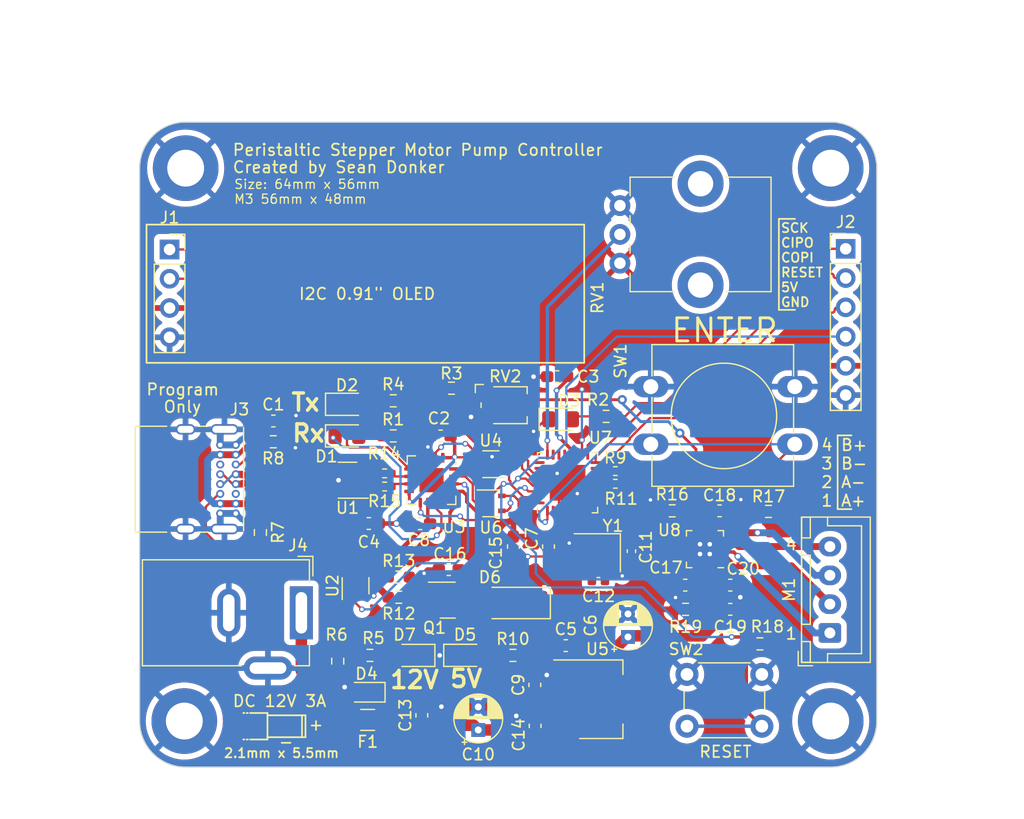
<source format=kicad_pcb>
(kicad_pcb (version 20221018) (generator pcbnew)
  (layers (0 "F.Cu" signal) (31 "B.Cu" signal) (34 "B.Paste" user) (35 "F.Paste" user) (36 "B.SilkS" user "B.Silkscreen") (37 "F.SilkS" user "F.Silkscreen") (38 "B.Mask" user) (39 "F.Mask" user) (44 "Edge.Cuts" user))
  (net 0 "")
  (net 1 "GND")
  (net 2 "Net-(U7-AREF)")
  (net 3 "Net-(U7-XTAL1{slash}PB6)")
  (net 4 "+5V")
  (net 5 "+3.3V")
  (net 6 "Net-(D1-A)")
  (net 7 "VUSB")
  (net 8 "Net-(U7-XTAL2{slash}PB7)")
  (net 9 "Net-(U8-SLEEP)")
  (net 10 "Net-(D5-A)")
  (net 11 "SDA")
  (net 12 "Net-(M1--)")
  (net 13 "COPI")
  (net 14 "USER_BTN")
  (net 15 "RESET")
  (net 16 "VREF")
  (net 17 "USER_POT")
  (net 18 "Net-(U8-DVDD)")
  (net 19 "+12V")
  (net 20 "MODE1")
  (net 21 "STEP")
  (net 22 "DIR")
  (net 23 "CIPO")
  (net 24 "Net-(D1-K)")
  (net 25 "Net-(D2-K)")
  (net 26 "Net-(D2-A)")
  (net 27 "SCK")
  (net 28 "D+")
  (net 29 "D-")
  (net 30 "Net-(Q1-G)")
  (net 31 "Net-(D6-A)")
  (net 32 "Net-(D7-A)")
  (net 33 "PWR_EN_5V")
  (net 34 "Net-(U8-AOUT2)")
  (net 35 "Net-(U8-BOUT1)")
  (net 36 "PWR_EN_3V3")
  (net 37 "Net-(F1-Pad2)")
  (net 38 "Net-(U8-BOUT2)")
  (net 39 "ENABLE")
  (net 40 "MODE0")
  (net 42 "Net-(R3-Pad2)")
  (net 43 "Net-(D3-A)")
  (net 44 "Net-(U8-DECAY)")
  (net 45 "Net-(U8-M0)")
  (net 46 "Net-(U8-M1)")
  (net 48 "SCK0")
  (net 49 "RXD_5V")
  (net 50 "TXD_5V")
  (net 51 "TXD")
  (net 52 "RXD")
  (net 61 "Net-(J3-CC1)")
  (net 63 "Net-(J3-CC2)")
  (net 65 "Net-(R5-Pad2)")
  (net 66 "Net-(U3-USBDP)")
  (net 67 "Net-(U3-USBDM)")
  (footprint "Button_Switch_THT:SW_PUSH_6mm" (layer "F.Cu") (at 115.52 83.947)
    (fp_text reference "SW2")
    (fp_text value "SW_RESET")
  )
  (footprint "Diode_SMD:D_SOD-128" (layer "F.Cu") (at 100.5 77.75 180)
    (fp_text reference "D6")
    (fp_text value "PMEG3030")
  )
  (footprint "Resistor_SMD:R_0603_1608Metric_Pad0.98x0.95mm_HandSolder" (layer "F.Cu") (at 78.486 71.628 90)
    (fp_text reference "R7")
    (fp_text value "5.1k")
  )
  (footprint "Package_DFN_QFN:QFN-16-1EP_4x4mm_P0.65mm_EP2.1x2.1mm" (layer "F.Cu") (at 93.345 67.0872 -90)
    (fp_text reference "U3")
    (fp_text value "FT230XQ")
  )
  (footprint "Resistor_SMD:R_0603_1608Metric_Pad0.98x0.95mm_HandSolder" (layer "F.Cu") (at 79.6055 63.754)
    (fp_text reference "R8")
    (fp_text value "5.1k")
  )
  (footprint "Capacitor_SMD:C_0603_1608Metric_Pad1.08x0.95mm_HandSolder" (layer "F.Cu") (at 103.5 72.85 -90)
    (fp_text reference "C7")
    (fp_text value "0.1uF")
  )
  (footprint "Capacitor_SMD:C_0603_1608Metric_Pad1.08x0.95mm_HandSolder" (layer "F.Cu") (at 92.3555 70.866 180)
    (fp_text reference "C8")
    (fp_text value "0.1uF")
  )
  (footprint "Package_TO_SOT_SMD:SOT-353_SC-70-5" (layer "F.Cu") (at 86.75 76.25 90)
    (fp_text reference "U2")
    (fp_text value "SN74LV1T34DCK")
  )
  (footprint "LED_SMD:LED_0805_2012Metric_Pad1.15x1.40mm_HandSolder" (layer "F.Cu") (at 86 60.5)
    (fp_text reference "D2")
    (fp_text value "TX_LED")
  )
  (footprint "Capacitor_SMD:C_0603_1608Metric_Pad1.08x0.95mm_HandSolder" (layer "F.Cu") (at 87.9 70.85)
    (fp_text reference "C4")
    (fp_text value "2.2uF")
  )
  (footprint "Resistor_SMD:R_0603_1608Metric_Pad0.98x0.95mm_HandSolder" (layer "F.Cu") (at 90.0195 63.246)
    (fp_text reference "R1")
    (fp_text value "270R")
  )
  (footprint "Capacitor_SMD:C_0603_1608Metric_Pad1.08x0.95mm_HandSolder" (layer "F.Cu") (at 94.1335 63.25 180)
    (fp_text reference "C2")
    (fp_text value "0.1uF")
  )
  (footprint "Resistor_SMD:R_0603_1608Metric_Pad0.98x0.95mm_HandSolder" (layer "F.Cu") (at 90.5 77.25 180)
    (fp_text reference "R12")
    (fp_text value "91k")
  )
  (footprint "Capacitor_SMD:C_0603_1608Metric_Pad1.08x0.95mm_HandSolder" (layer "F.Cu") (at 115.369 76.2 180)
    (fp_text reference "C17")
    (fp_text value "0.1uF")
  )
  (footprint "Capacitor_THT:CP_Radial_D4.0mm_P2.00mm" (layer "F.Cu") (at 110.4 80.7 90)
    (fp_text reference "C6")
    (fp_text value "100uF")
  )
  (footprint "Resistor_SMD:R_0603_1608Metric_Pad0.98x0.95mm_HandSolder" (layer "F.Cu") (at 95.075 59.1)
    (fp_text reference "R3")
    (fp_text value "10K")
  )
  (footprint "Package_TO_SOT_SMD:SOT-353_SC-70-5" (layer "F.Cu") (at 98.5 65.7 180)
    (fp_text reference "U4")
    (fp_text value "SN74LV1T34DCK")
  )
  (footprint "Capacitor_SMD:C_0603_1608Metric_Pad1.08x0.95mm_HandSolder" (layer "F.Cu") (at 102.312 84.8625 90)
    (fp_text reference "C9")
    (fp_text value "2.2uF")
  )
  (footprint "Resistor_SMD:R_0402_1005Metric" (layer "F.Cu") (at 109.3 66.3)
    (fp_text reference "R9")
    (fp_text value "0R")
  )
  (footprint "Capacitor_SMD:C_0603_1608Metric_Pad1.08x0.95mm_HandSolder" (layer "F.Cu") (at 79.6125 61.95)
    (fp_text reference "C1")
    (fp_text value "0.1uF")
  )
  (footprint "LED_SMD:LED_0805_2012Metric_Pad1.15x1.40mm_HandSolder" (layer "F.Cu") (at 96.2645 82.296)
    (fp_text reference "D5")
    (fp_text value "5V_LED")
  )
  (footprint "Resistor_SMD:R_0603_1608Metric_Pad0.98x0.95mm_HandSolder" (layer "F.Cu") (at 122.6 69.8)
    (fp_text reference "R17")
    (fp_text value "10k")
  )
  (footprint "Button_Switch_THT:SW_PUSH-12mm" (layer "F.Cu") (at 112.378 58.968)
    (fp_text reference "SW1")
    (fp_text value "SW_USER")
  )
  (footprint "Capacitor_SMD:C_0603_1608Metric_Pad1.08x0.95mm_HandSolder" (layer "F.Cu") (at 105 81.45)
    (fp_text reference "C5")
    (fp_text value "2.2uF")
  )
  (footprint "Connector_BarrelJack:BarrelJack_GCT_DCJ200-10-A_Horizontal" (layer "F.Cu") (at 82.042 78.6 -90)
    (fp_text reference "J4")
    (fp_text value "Jack")
  )
  (footprint "Resistor_SMD:R_0603_1608Metric_Pad0.98x0.95mm_HandSolder" (layer "F.Cu") (at 121.85 81.3 180)
    (fp_text reference "R18")
    (fp_text value "10k")
  )
  (footprint "Crystal:Crystal_SMD_3225-4Pin_3.2x2.5mm" (layer "F.Cu") (at 107.738 73.3876 180)
    (fp_text reference "Y1")
    (fp_text value "16MHz")
  )
  (footprint "Capacitor_SMD:C_0603_1608Metric_Pad1.08x0.95mm_HandSolder" (layer "F.Cu") (at 102.337 88.4185 90)
    (fp_text reference "C14")
    (fp_text value "2.2uF")
  )
  (footprint "Capacitor_SMD:C_0603_1608Metric_Pad1.08x0.95mm_HandSolder" (layer "F.Cu") (at 92.5 87.5 90)
    (fp_text reference "C13")
    (fp_text value "2.2uF")
  )
  (footprint "Connector_JST:JST_XH_B4B-XH-A_1x04_P2.50mm_Vertical" (layer "F.Cu") (at 127.925 80.35 90)
    (fp_text reference "M1")
    (fp_text value "Stepper_Motor_bipolar")
  )
  (footprint "Connector_PinSocket_2.54mm:PinSocket_1x04_P2.54mm_Vertical" (layer "F.Cu") (at 70.6 47.06)
    (fp_text reference "J1")
    (fp_text value "OLED")
  )
  (footprint "Package_TO_SOT_SMD:SOT-23" (layer "F.Cu") (at 94.75 77.5)
    (fp_text reference "Q1")
    (fp_text value "SSM3J328R")
  )
  (footprint "Capacitor_SMD:C_0402_1005Metric_Pad0.74x0.62mm_HandSolder" (layer "F.Cu") (at 107.8325 75.9)
    (fp_text reference "C12")
    (fp_text value "15pF")
  )
  (footprint "Connector_PinHeader_2.54mm:PinHeader_1x06_P2.54mm_Vertical" (layer "F.Cu") (at 129.3 47)
    (fp_text reference "J2")
    (fp_text value "ICP Header")
  )
  (footprint "Diode_SMD:D_SOD-323F" (layer "F.Cu") (at 87.7 85.5 180)
    (fp_text reference "D4")
    (fp_text value "SD15-01")
  )
  (footprint "Resistor_SMD:R_0603_1608Metric_Pad0.98x0.95mm_HandSolder" (layer "F.Cu") (at 90.5 75.5 180)
    (fp_text reference "R13")
    (fp_text value "1k")
  )
  (footprint "Capacitor_SMD:C_0402_1005Metric_Pad0.74x0.62mm_HandSolder" (layer "F.Cu") (at 110.7 73.25 90)
    (fp_text reference "C11")
    (fp_text value "15pF")
  )
  (footprint "Resistor_SMD:R_0402_1005Metric_Pad0.72x0.64mm_HandSolder" (layer "F.Cu") (at 89.2735 67.6402)
    (fp_text reference "R15")
    (fp_text value "27R")
  )
  (footprint "Capacitor_SMD:C_0603_1608Metric_Pad1.08x0.95mm_HandSolder" (layer "F.Cu") (at 100.452 72.85 -90)
    (fp_text reference "C15")
    (fp_text value "2.2uF")
  )
  (footprint "Capacitor_SMD:C_0603_1608Metric_Pad1.08x0.95mm_HandSolder" (layer "F.Cu") (at 94.8375 74.85 180)
    (fp_text reference "C16")
    (fp_text value "0.1uF")
  )
  (footprint "Fuse:Fuse_1206_3216Metric_Pad1.42x1.75mm_HandSolder" (layer "F.Cu") (at 87.8 87.9 180)
    (fp_text reference "F1")
    (fp_text value "Fuse")
  )
  (footprint "Resistor_SMD:R_0603_1608Metric_Pad0.98x0.95mm_HandSolder" (layer "F.Cu") (at 90.0195 60.198)
    (fp_text reference "R4")
    (fp_text value "270R")
  )
  (footprint "Package_TO_SOT_SMD:SOT-223" (layer "F.Cu") (at 108.052 86.106)
    (fp_text reference "U5")
    (fp_text value "LM1117DT-5.0")
  )
  (footprint "Capacitor_THT:CP_Radial_D4.0mm_P2.00mm" (layer "F.Cu") (at 97.4 88.7726 90)
    (fp_text reference "C10")
    (fp_text value "100uF")
  )
  (footprint "Resistor_SMD:R_0603_1608Metric_Pad0.98x0.95mm_HandSolder" (layer "F.Cu") (at 115.4 78.3)
    (fp_text reference "R19")
    (fp_text value "47K")
  )
  (footprint "Package_TO_SOT_SMD:SOT-23-3" (layer "F.Cu") (at 86.0485 67.0902 180)
    (fp_text reference "U1")
    (fp_text value "ESDALD05")
  )
  (footprint "Potentiometer_SMD:Potentiometer_Bourns_TC33X_Vertical" (layer "F.Cu") (at 99.7455 60.579)
    (fp_text reference "RV2")
    (fp_text value "Trimmer_10K")
  )
  (footprint "Capacitor_SMD:C_0603_1608Metric_Pad1.08x0.95mm_HandSolder" (layer "F.Cu") (at 104.25 58.1 180)
    (fp_text reference "C3")
    (fp_text value "0.1uF")
  )
  (footprint "Package_TO_SOT_SMD:SOT-353_SC-70-5" (layer "F.Cu") (at 98.5 69.1)
    (fp_text reference "U6")
    (fp_text value "SN74LV1T34DCK")
  )
  (footprint "Resistor_SMD:R_0603_1608Metric_Pad0.98x0.95mm_HandSolder" (layer "F.Cu") (at 88 82.3 180)
    (fp_text reference "R5")
    (fp_text value "1.2K")
  )
  (footprint "MountingHole:MountingHole_3.2mm_M3_ISO7380_Pad_TopBottom" (layer "F.Cu") (at 128 40)
    (fp_text reference "H2" hide)
    (fp_text value "MountingHole_Pad")
  )
  (footprint "Resistor_SMD:R_0603_1608Metric_Pad0.98x0.95mm_HandSolder" (layer "F.Cu") (at 108.5 61.55 180)
    (fp_text reference "R2")
    (fp_text value "470R")
  )
  (footprint "Capacitor_SMD:C_0603_1608Metric_Pad1.08x0.95mm_HandSolder" (layer "F.Cu") (at 118.35 69.75 180)
    (fp_text reference "C18")
    (fp_text value "0.1uF")
  )
  (footprint "MountingHole:MountingHole_3.2mm_M3_ISO7380_Pad_TopBottom" (layer "F.Cu") (at 72 40)
    (fp_text reference "H1" hide)
    (fp_text value "MountingHole_Pad")
  )
  (footprint "MountingHole:MountingHole_3.2mm_M3_ISO7380_Pad_TopBottom" (layer "F.Cu") (at 71.882 88)
    (fp_text reference "H3" hide)
    (fp_text value "MountingHole_Pad")
  )
  (footprint "Package_DFN_QFN:WQFN-16-1EP_3x3mm_P0.5mm_EP1.68x1.68mm" (layer "F.Cu") (at 117.0827 73.0753 180)
    (fp_text reference "U8")
    (fp_text value "DRV8428_WQFN")
  )
  (footprint "Connector_USB:USB_C_Receptacle_GCT_USB4085" (layer "F.Cu") (at 76.349 64.0262 -90)
    (fp_text reference "J3")
    (fp_text value "USB_C_Receptacle_USB2.0")
  )
  (footprint "LED_SMD:LED_0805_2012Metric_Pad1.15x1.40mm_HandSolder" (layer "F.Cu") (at 104.55 61.8)
    (fp_text reference "D3")
    (fp_text value "MCU_LED")
  )
  (footprint "Resistor_SMD:R_0603_1608Metric_Pad0.98x0.95mm_HandSolder" (layer "F.Cu") (at 114.2375 69.75)
    (fp_text reference "R16")
    (fp_text value "47K")
  )
  (footprint "Capacitor_SMD:C_0603_1608Metric_Pad1.08x0.95mm_HandSolder" (layer "F.Cu") (at 119.2795 78.3)
    (fp_text reference "C19")
    (fp_text value "2.2uF")
  )
  (footprint "Package_DFN_QFN:QFN-32-1EP_5x5mm_P0.5mm_EP3.1x3.1mm" (layer "F.Cu") (at 105.156 67.31 90)
    (fp_text reference "U7")
    (fp_text value "ATmega328P-M")
  )
  (footprint "MountingHole:MountingHole_3.2mm_M3_ISO7380_Pad_TopBottom" (layer "F.Cu") (at 128 88)
    (fp_text reference "H4" hide)
    (fp_text value "MountingHole_Pad")
  )
  (footprint "Resistor_SMD:R_0402_1005Metric" (layer "F.Cu") (at 109.3 67.4)
    (fp_text reference "R11")
    (fp_text value "0R")
  )
  (footprint "Potentiometer_THT:Potentiometer_Bourns_PTV09A-1_Single_Vertical" (layer "F.Cu") (at 109.7 48.25)
    (fp_text reference "RV1")
    (fp_text value "POT")
  )
  (footprint "LED_SMD:LED_0805_2012Metric_Pad1.15x1.40mm_HandSolder" (layer "F.Cu") (at 86 63.246)
    (fp_text reference "D1")
    (fp_text value "RX_LED")
  )
  (footprint "Resistor_SMD:R_0603_1608Metric_Pad0.98x0.95mm_HandSolder" (layer "F.Cu") (at 85.2 82.8 -90)
    (fp_text reference "R6")
    (fp_text value "1K")
  )
  (footprint "LED_SMD:LED_0805_2012Metric_Pad1.15x1.40mm_HandSolder" (layer "F.Cu") (at 91.775 82.3 180)
    (fp_text reference "D7")
    (fp_text value "12V_LED")
  )
  (footprint "Resistor_SMD:R_0402_1005Metric_Pad0.72x0.64mm_HandSolder" (layer "F.Cu") (at 89.2735 66.4972)
    (fp_text reference "R14")
    (fp_text value "27R")
  )
  (footprint "Resistor_SMD:R_0603_1608Metric_Pad0.98x0.95mm_HandSolder" (layer "F.Cu") (at 100.4125 82.3)
    (fp_text reference "R10")
    (fp_text value "1K")
  )
  (footprint "Capacitor_SMD:C_0603_1608Metric_Pad1.08x0.95mm_HandSolder" (layer "F.Cu") (at 119.2795 76.2)
    (fp_text reference "C20")
    (fp_text value "0.1uF")
  )
  (gr_line (start 79.1 87.3) (end 79.1 89.6) (stroke (width 0.15)) (layer "F.SilkS"))
  (gr_line (start 124.9 44.4) (end 123.5 44.4) (stroke (width 0.15)) (layer "F.SilkS"))
  (gr_line (start 128.6 63.5) (end 128.6 63.2) (stroke (width 0.15)) (layer "F.SilkS"))
  (gr_line (start 79.1 87.3) (end 77.6 87.3) (stroke (width 0.15)) (layer "F.SilkS"))
  (gr_line (start 82.4 89.4) (end 79.1 89.4) (stroke (width 0.15)) (layer "F.SilkS"))
  (gr_rect (start 68.6 44.899) (end 106.6 56.899) (stroke (width 0.15)) (fill none) (layer "F.SilkS"))
  (gr_line (start 123.5 44.4) (end 123.5 52.3) (stroke (width 0.15)) (layer "F.SilkS"))
  (gr_line (start 77.4 87.3) (end 77.3 87.3) (stroke (width 0.15)) (layer "F.SilkS"))
  (gr_line (start 128.6 69.5) (end 128.6 69.6) (stroke (width 0.15)) (layer "F.SilkS"))
  (gr_line (start 123.5 52.3) (end 124.9 52.3) (stroke (width 0.15)) (layer "F.SilkS"))
  (gr_line (start 128.6 69.5) (end 128.6 63.5) (stroke (width 0.15)) (layer "F.SilkS"))
  (gr_line (start 128.6 63.2) (end 129.8 63.2) (stroke (width 0.15)) (layer "F.SilkS"))
  (gr_line (start 82.1 87.5) (end 82.1 89.4) (stroke (width 0.15)) (layer "F.SilkS"))
  (gr_line (start 77.1 87.3) (end 77 87.3) (stroke (width 0.15)) (layer "F.SilkS"))
  (gr_line (start 77.4 89.6) (end 77.3 89.6) (stroke (width 0.15)) (layer "F.SilkS"))
  (gr_line (start 79.1 87.5) (end 82.4 87.5) (stroke (width 0.15)) (layer "F.SilkS"))
  (gr_line (start 128.6 69.6) (end 129.8 69.6) (stroke (width 0.15)) (layer "F.SilkS"))
  (gr_line (start 79.1 89.6) (end 77.6 89.6) (stroke (width 0.15)) (layer "F.SilkS"))
  (gr_line (start 82.4 87.5) (end 82.4 89.4) (stroke (width 0.15)) (layer "F.SilkS"))
  (gr_line (start 77.1 89.6) (end 77 89.6) (stroke (width 0.15)) (layer "F.SilkS"))
  (gr_arc (start 72 92) (mid 69.171573 90.828427) (end 68 88) (stroke (width 0.1)) (layer "Edge.Cuts"))
  (gr_arc (start 128 36) (mid 130.828427 37.171573) (end 132 40) (stroke (width 0.1)) (layer "Edge.Cuts"))
  (gr_line (start 132 40) (end 132 88) (stroke (width 0.1)) (layer "Edge.Cuts"))
  (gr_line (start 68 88) (end 68 40) (stroke (width 0.1)) (layer "Edge.Cuts"))
  (gr_arc (start 68 40) (mid 69.171573 37.171573) (end 72 36) (stroke (width 0.1)) (layer "Edge.Cuts"))
  (gr_line (start 128 92) (end 72 92) (stroke (width 0.1)) (layer "Edge.Cuts"))
  (gr_line (start 72 36) (end 128 36) (stroke (width 0.1)) (layer "Edge.Cuts"))
  (gr_arc (start 132 88) (mid 130.828427 90.828427) (end 128 92) (stroke (width 0.1)) (layer "Edge.Cuts"))
  (gr_text "Program" (at 68.5 59.8) (layer "F.SilkS") (effects (font (size 1 1)) (justify left bottom)))
  (gr_text "Tx" (at 81.026 61.214) (layer "F.SilkS") (effects (font (size 1.5 1.5) (thickness 0.3) bold) (justify left bottom)))
  (gr_text "RESET" (at 116.5 91.25) (layer "F.SilkS") (effects (font (size 1 1)) (justify left bottom)))
  (gr_text "SCK\nCIPO\nCOPI\nRESET\n5V\nGND" (at 123.6 52.1) (layer "F.SilkS") (effects (font (size 0.8 0.8)) (justify left bottom)))
  (gr_text "1" (at 124 81) (layer "F.SilkS") (effects (font (size 1 1)) (justify left bottom)))
  (gr_text "Only" (at 70 61.3) (layer "F.SilkS") (effects (font (size 1 1)) (justify left bottom)))
  (gr_text "5V" (at 94.8 85.2) (layer "F.SilkS") (effects (font (size 1.5 1.5) (thickness 0.3) bold) (justify left bottom)))
  (gr_text "4" (at 124 73.25) (layer "F.SilkS") (effects (font (size 1 1)) (justify left bottom)))
  (gr_text "Created by Sean Donker" (at 76 40.5) (layer "F.SilkS") (effects (font (size 1 1)) (justify left bottom)))
  (gr_text "-" (at 80 90.4) (layer "F.SilkS") (effects (font (size 1 1)) (justify left bottom)))
  (gr_text "2.1mm x 5.5mm" (at 75.25 91.25) (layer "F.SilkS") (effects (font (size 0.8 0.8)) (justify left bottom)))
  (gr_text "+" (at 82.6 88.9) (layer "F.SilkS") (effects (font (size 1 1)) (justify left bottom)))
  (gr_text "Size: 64mm x 56mm\nM3 56mm x 48mm" (at 76.15 43.15) (layer "F.SilkS") (effects (font (size 0.8 0.8) (thickness 0.11) bold) (justify left bottom)))
  (gr_text "Rx" (at 81.1 63.9) (layer "F.SilkS") (effects (font (size 1.5 1.5) (thickness 0.3) bold) (justify left bottom)))
  (gr_text "ENTER" (at 114 55.25) (layer "F.SilkS") (effects (font (size 2 2) (thickness 0.25)) (justify left bottom)))
  (gr_text "12V" (at 89.6 85.3) (layer "F.SilkS") (effects (font (size 1.5 1.5) (thickness 0.3) bold) (justify left bottom)))
  (gr_text "Peristaltic Stepper Motor Pump Controller" (at 76 39) (layer "F.SilkS") (effects (font (size 1 1)) (justify left bottom)))
  (gr_text "I2C 0.91{dblquote} OLED" (at 81.75 51.5) (layer "F.SilkS") (effects (font (size 1 1)) (justify left bottom)))
  (gr_text "4 B+\n3 B-\n2 A-\n1 A+" (at 127.1 69.45) (layer "F.SilkS") (effects (font (size 1 1)) (justify left bottom)))
  (gr_text "DC 12V 3A" (at 76 86.85) (layer "F.SilkS") (effects (font (size 1 1)) (justify left bottom)))
  (segment (start 97.9455 61.579) (end 96.79 61.579) (width 0.4) (layer "F.Cu") (net 1))
  (segment (start 93.65 86.75) (end 93.6274 86.7726) (width 1) (layer "F.Cu") (net 1))
  (segment (start 120.2 68.75) (end 120.2 68.75) (width 0.2) (layer "F.Cu") (net 1))
  (segment (start 80.518 61.976) (end 81.026 61.468) (width 0.2) (layer "F.Cu") (net 1))
  (segment (start 93.02 64.205) (end 93.025 64.2) (width 0.3) (layer "F.Cu") (net 1))
  (segment (start 113.3 69.75) (end 112.35 68.8) (width 0.2) (layer "F.Cu") (net 1))
  (segment (start 104.906 64.8725) (end 104.906 67.06) (width 0.2) (layer "F.Cu") (net 1))
  (segment (start 95.295 68.0622) (end 96.0622 68.0622) (width 0.3) (layer "F.Cu") (net 1))
  (segment (start 117.6727 72.4853) (end 117.5 72.65) (width 0.2) (layer "F.Cu") (net 1))
  (segment (start 92.7 75.15) (end 92.7 75.175) (width 0.4) (layer "F.Cu") (net 1))
  (segment (start 120.175 68.775) (end 120.2 68.775) (width 0.2) (layer "F.Cu") (net 1))
  (segment (start 93.025 64.2) (end 93.02 64.195) (width 0.3) (layer "F.Cu") (net 1))
  (segment (start 100.15 87.55) (end 100.156 87.556) (width 1) (layer "F.Cu") (net 1))
  (segment (start 102.312 84) (end 103.35 84) (width 0.6) (layer "F.Cu") (net 1))
  (segment (start 106.638 72.5376) (end 105.3624 72.5376) (width 0.2) (layer "F.Cu") (net 1))
  (segment (start 117.5 72.65) (end 117.625 72.525) (width 0.2) (layer "F.Cu") (net 1))
  (segment (start 117.6727 73.9153) (end 117.8327 74.0753) (width 0.2) (layer "F.Cu") (net 1))
  (segment (start 117.625 73.625) (end 117.6727 73.9153) (width 0.2) (layer "F.Cu") (net 1))
  (segment (start 92.8 82.3) (end 94.05 82.3) (width 0.4) (layer "F.Cu") (net 1))
  (segment (start 87.4 77.2) (end 88.25 77.2) (width 0.2) (layer "F.Cu") (net 1))
  (segment (start 117.8327 72.0753) (end 117.8327 71.6178) (width 0.2) (layer "F.Cu") (net 1))
  (segment (start 108.4 75.9) (end 108.4 74.6756) (width 0.2) (layer "F.Cu") (net 1))
  (segment (start 92.6351 86.7726) (end 92.5 86.6375) (width 1) (layer "F.Cu") (net 1))
  (segment (start 94.6 86.75) (end 94.5774 86.7726) (width 1) (layer "F.Cu") (net 1))
  (segment (start 101.056 87.556) (end 102.337 87.556) (width 1) (layer "F.Cu") (net 1))
  (segment (start 120.15 77.25) (end 120.142 77.242) (width 0.4) (layer "F.Cu") (net 1))
  (segment (start 96.4 68.969976) (end 97.180024 69.75) (width 0.3) (layer "F.Cu") (net 1))
  (segment (start 113.325 69.75) (end 113.3 69.75) (width 0.2) (layer "F.Cu") (net 1))
  (segment (start 85.75 85.05) (end 85.8 85.1) (width 0.4) (layer "F.Cu") (net 1))
  (segment (start 104.406 68.06) (end 105.156 67.31) (width 0.2) (layer "F.Cu") (net 1))
  (segment (start 96.79 61.579) (end 96.774 61.595) (width 0.4) (layer "F.Cu") (net 1))
  (segment (start 114.5 77.25) (end 114.5065 77.2435) (width 0.2) (layer "F.Cu") (net 1))
  (segment (start 96.4 68.4) (end 96.4 68.969976) (width 0.3) (layer "F.Cu") (net 1))
  (segment (start 81.28 64.262) (end 81.525 64.275) (width 0.2) (layer "F.Cu") (net 1))
  (segment (start 94.6226 86.7726) (end 94.6 86.75) (width 1) (layer "F.Cu") (net 1))
  (segment (start 93.6274 86.7726) (end 92.6351 86.7726) (width 1) (layer "F.Cu") (net 1))
  (segment (start 117.6727 72.2353) (end 117.8327 72.0753) (width 0.2) (layer "F.Cu") (net 1))
  (segment (start 120.142 77.258) (end 120.15 77.25) (width 0.4) (layer "F.Cu") (net 1))
  (segment (start 97.180024 69.75) (end 97.55 69.75) (width 0.3) (layer "F.Cu") (net 1))
  (segment (start 117.625 72.525) (end 117.6727 72.2353) (width 0.2) (layer "F.Cu") (net 1))
  (segment (start 93.02 65.1372) (end 93.02 66.7622) (width 0.3) (layer "F.Cu") (net 1))
  (segment (start 90.4 70.866) (end 90.3 70.85) (width 0.4) (layer "F.Cu") (net 1))
  (segment (start 105.406 67.56) (end 105.156 67.31) (width 0.2) (layer "F.Cu") (net 1))
  (segment (start 101.7 73.725) (end 101.6875 73.7125) (width 0.2) (layer "F.Cu") (net 1))
  (segment (start 103.3875 58.1) (end 102.2 58.1) (width 0.4) (layer "F.Cu") (net 1))
  (segment (start 85.8 85.1) (end 85.8 85.05) (width 0.4) (layer "F.Cu") (net 1))
  (segment (start 81.575 61.475) (end 81.541 61.468) (width 0.2) (layer "F.Cu") (net 1))
  (segment (start 94.05 82.3) (end 95.2355 82.3) (width 0.4) (layer "F.Cu") (net 1))
  (segment (start 92.675 75.175) (end 92.7 75.15) (width 0.4) (layer "F.Cu") (net 1))
  (segment (start 120.2 68.775) (end 120.2 68.75) (width 0.2) (layer "F.Cu") (net 1))
  (segment (start 120.142 77.978) (end 120.142 77.258) (width 0.4) (layer "F.Cu") (net 1))
  (segment (start 93 74.85) (end 92.7 75.15) (width 0.4) (layer "F.Cu") (net 1))
  (segment (start 108.4 74.6756) (end 108.838 74.2376) (width 0.2) (layer "F.Cu") (net 1))
  (segment (start 117.5 73.5) (end 117.625 73.625) (width 0.2) (layer "F.Cu") (net 1))
  (segment (start 119.2125 69.75) (end 119.2125 69.7375) (width 0.2) (layer "F.Cu") (net 1))
  (segment (start 90.3 70.85) (end 90.368 70.866) (width 0.4) (layer "F.Cu") (net 1))
  (segment (start 81.026 64.262) (end 81.28 64.262) (width 0.2) (layer "F.Cu") (net 1))
  (segment (start 88.25 77.2) (end 88.3 77.15) (width 0.2) (layer "F.Cu") (net 1))
  (segment (start 101.044 87.556) (end 101.05 87.55) (width 1) (layer "F.Cu") (net 1))
  (segment (start 103.5 73.7125) (end 101.9125 73.7125) (width 0.2) (layer "F.Cu") (net 1))
  (segment (start 114.525 77.275) (end 114.5 77.25) (width 0.2) (layer "F.Cu") (net 1))
  (segment (start 93.975 74.85) (end 93 74.85) (width 0.4) (layer "F.Cu") (net 1))
  (segment (start 120.142 77.242) (end 120.142 76.2) (width 0.4) (layer "F.Cu") (net 1))
  (segment (start 119.2125 69.7375) (end 120.175 68.775) (width 0.2) (layer "F.Cu") (net 1))
  (segment (start 93.02 64.195) (end 93.02 63.551) (width 0.3) (layer "F.Cu") (net 1))
  (segment (start 81.026 61.468) (end 81.527 61.468) (width 0.2) (layer "F.Cu") (net 1))
  (segment (start 97.4 86.7726) (end 94.6226 86.7726) (width 1) (layer "F.Cu") (net 1))
  (segment (start 108.838 74.338) (end 109.9 75.4) (width 0.2) (layer "F.Cu") (net 1))
  (segment (start 109.2581 73.8175) (end 108.838 74.2376) (width 0.2) (layer "F.Cu") (net 1))
  (segment (start 81.527 61.468) (end 81.575 61.475) (width 0.2) (layer "F.Cu") (net 1))
  (segment (start 117.8327 74.0753) (end 117.8327 74.5328) (width 0.2) (layer "F.Cu") (net 1))
  (segment (start 110.7 73.8175) (end 109.2581 73.8175) (width 0.2) (layer "F.Cu") (net 1))
  (segment (start 105.3376 72.5376) (end 105.3 72.55) (width 0.2) (layer "F.Cu") (net 1))
  (segment (start 114.5065 76.2) (end 114.525 77.275) (width 0.2) (layer "F.Cu") (net 1))
  (segment (start 105.35 72.55) (end 105.3376 72.5376) (width 0.2) (layer "F.Cu") (net 1))
  (segment (start 104.902 82.4105) (end 105.8625 81.45) (width 0.6) (layer "F.Cu") (net 1))
  (segment (start 93.02 65.1372) (end 93.02 64.27) (width 0.3) (layer "F.Cu") (net 1))
  (segment (start 97.4 86.7726) (end 98 86.7726) (width 1) (layer "F.Cu") (net 1))
  (segment (start 81.541 61.468) (end 81.534 61.468) (width 0.2) (layer "F.Cu") (net 1))
  (segment (start 104.406 69.7475) (end 104.406 68.06) (width 0.2) (layer "F.Cu") (net 1))
  (segment (start 95.2355 82.3) (end 95.2395 82.296) (width 0.4) (layer "F.Cu") (net 1))
  (segment (start 104.708 84) (end 104.902 83.806) (width 0.6) (layer "F.Cu") (net 1))
  (segment (start 86.6 85.5) (end 86.2 85.5) (width 0.4) (layer "F.Cu") (net 1))
  (segment (start 117.6727 73.6653) (end 117.5 73.5) (width 0.2) (layer "F.Cu") (net 1))
  (segment (start 98.6 65.05) (end 98.55 65.05) (width 0.2) (layer "F.Cu") (net 1))
  (segment (start 98.7834 87.556) (end 100.144 87.556) (width 1) (layer "F.Cu") (net 1))
  (segment (start 93.6726 86.7726) (end 93.65 86.75) (width 1) (layer "F.Cu") (net 1))
  (segment (start 101.05 87.55) (end 101.056 87.556) (width 1) (layer "F.Cu") (net 1))
  (segment (start 104.906 67.06) (end 105.156 67.31) (width 0.2) (layer "F.Cu") (net 1))
  (segment (start 86.2 85.5) (end 85.8 85.1) (width 0.4) (layer "F.Cu") (net 1))
  (segment (start 94.5774 86.7726) (end 93.6726 86.7726) (width 1) (layer "F.Cu") (net 1))
  (segment (start 93.02 66.7622) (end 93.345 67.0872) (width 0.3) (layer "F.Cu") (net 1))
  (segment (start 93.02 64.23) (end 93.02 64.205) (width 0.3) (layer "F.Cu") (net 1))
  (segment (start 93 64.25) (end 93.02 64.23) (width 0.3) (layer "F.Cu") (net 1))
  (segment (start 101.6875 73.7125) (end 100.452 73.7125) (width 0.2) (layer "F.Cu") (net 1))
  (segment (start 91.493 70.866) (end 90.4 70.866) (width 0.4) (layer "F.Cu") (net 1))
  (segment (start 88.3 77.15) (end 88.325 77.125) (width 0.2) (layer "F.Cu") (net 1))
  (segment (start 77.0883 70.7155) (end 76.349 69.9762) (width 0.2) (layer "F.Cu") (net 1))
  (segment (start 92.7 75.175) (end 92.675 75.175) (width 0.4) (layer "F.Cu") (net 1))
  (segment (start 103.35 84) (end 104.708 84) (width 0.6) (layer "F.Cu") (net 1))
  (segment (start 105.3624 72.5376) (end 105.35 72.55) (width 0.2) (layer "F.Cu") (net 1))
  (segment (start 103.525 61.8) (end 103.25 61.8) (width 0.2) (layer "F.Cu") (net 1))
  (segment (start 94.32 68.0622) (end 95.295 68.0622) (width 0.3) (layer "F.Cu") (net 1))
  (segment (start 85.8 85.05) (end 85.75 85.05) (width 0.4) (layer "F.Cu") (net 1))
  (segment (start 101.8875 73.7125) (end 101.7125 73.7125) (width 0.2) (layer "F.Cu") (net 1))
  (segment (start 93.345 67.0872) (end 94.32 68.0622) (width 0.3) (layer "F.Cu") (net 1))
  (segment (start 78.486 70.7155) (end 77.0883 70.7155) (width 0.2) (layer "F.Cu") (net 1))
  (segment (start 90.3 70.85) (end 88.7625 70.85) (width 0.4) (layer "F.Cu") (net 1))
  (segment (start 105.406 69.7475) (end 105.406 67.56) (width 0.2) (layer "F.Cu") (net 1))
  (segment (start 103.25 61.8) (end 102.2 62.85) (width 0.2) (layer "F.Cu") (net 1))
  (segment (start 108.838 74.2376) (end 108.838 74.338) (width 0.2) (layer "F.Cu") (net 1))
  (segment (start 93.02 63.551) (end 93.271 63.3) (width 0.3) (layer "F.Cu") (net 1))
  (segment (start 81.525 64.275) (end 81.534 64.262) (width 0.2) (layer "F.Cu") (net 1))
  (segment (start 105.3 72.55) (end 105.2876 72.5376) (width 0.2) (layer "F.Cu") (net 1))
  (segment (start 88.325 77.125) (end 88.35 77.1) (width 0.2) (layer "F.Cu") (net 1))
  (segment (start 93.02 64.27) (end 93 64.25) (width 0.3) (layer "F.Cu") (net 1))
  (segment (start 96.0622 68.0622) (end 96.4 68.4) (width 0.3) (layer "F.Cu") (net 1))
  (segment (start 98 86.7726) (end 98.7834 87.556) (width 1) (layer "F.Cu") (net 1))
  (segment (start 99.45 65.05) (end 98.6 65.05) (width 0.2) (layer "F.Cu") (net 1))
  (segment (start 104.902 83.806) (end 104.902 82.4105) (width 0.6) (layer "F.Cu") (net 1))
  (segment (start 80.518 63.754) (end 81.026 64.262) (width 0.2) (layer "F.Cu") (net 1))
  (segment (start 100.144 87.556) (end 100.15 87.55) (width 1) (layer "F.Cu") (net 1))
  (segment (start 90.368 70.866) (end 90.384 70.866) (width 0.4) (layer "F.Cu") (net 1))
  (segment (start 101.7125 73.7125) (end 101.7 73.725) (width 0.2) (layer "F.Cu") (net 1))
  (segment (start 100.156 87.556) (end 101.044 87.556) (width 1) (layer "F.Cu") (net 1))
  (via (at 120.15 77.25) (size 0.6) (drill 0.4) (layers "F.Cu" "B.Cu") (net 1))
  (via (at 94.2 86.75) (size 0.6) (drill 0.4) (layers "F.Cu" "B.Cu") (net 1))
  (via (at 109.9 75.4) (size 0.5) (drill 0.3) (layers "F.Cu" "B.Cu") (net 1))
  (via (at 100.7 87.55) (size 0.6) (drill 0.4) (layers "F.Cu" "B.Cu") (net 1))
  (via (at 101.7 73.725) (size 0.5) (drill 0.3) (layers "F.Cu" "B.Cu") (net 1))
  (via (at 102.2 58.1) (size 0.8) (drill 0.4) (layers "F.Cu" "B.Cu") (net 1))
  (via (at 117.5 72.65) (size 0.8) (drill 0.4) (layers "F.Cu" "B.Cu") (net 1))
  (via (at 85.8 85.05) (size 0.6) (drill 0.4) (layers "F.Cu" "B.Cu") (net 1))
  (via (at 117.5 73.5) (size 0.8) (drill 0.4) (layers "F.Cu" "B.Cu") (net 1))
  (via (at 93.025 64.2) (size 0.5) (drill 0.3) (layers "F.Cu" "B.Cu") (net 1))
  (via (at 102.2 62.85) (size 0.5) (drill 0.3) (layers "F.Cu" "B.Cu") (net 1))
  (via (at 85.27 67.09) (size 0.6) (drill 0.4) (layers "F.Cu" "B.Cu") (net 1))
  (via (at 98.6 65.05) (size 0.5) (drill 0.3) (layers "F.Cu" "B.Cu") (net 1))
  (via (at 88.325 77.125) (size 0.5) (drill 0.3) (layers "F.Cu" "B.Cu") (net 1))
  (via (at 94.05 82.3) (size 0.6) (drill 0.4) (layers "F.Cu" "B.Cu") (net 1))
  (via (at 106 68.25) (size 0.5) (drill 0.3) (layers "F.Cu" "B.Cu") (net 1))
  (via (at 120.2 68.775) (size 0.5) (drill 0.3) (layers "F.Cu" "B.Cu") (net 1))
  (via (at 90.3 70.85) (size 0.6) (drill 0.4) (layers "F.Cu" "B.Cu") (net 1))
  (via (at 105.3 72.55) (size 0.5) (drill 0.3) (layers "F.Cu" "B.Cu") (net 1))
  (via (at 104.25 66.5) (size 0.5) (drill 0.3) (layers "F.Cu" "B.Cu") (net 1))
  (via (at 81.575 61.475) (size 0.5) (drill 0.3) (layers "F.Cu" "B.Cu") (net 1))
  (via (at 92.7 75.175) (size 0.5) (drill 0.3) (layers "F.Cu" "B.Cu") (net 1))
  (via (at 81.525 64.275) (size 0.5) (drill 0.3) (layers "F.Cu" "B.Cu") (net 1))
  (via (at 96.774 61.595) (size 0.6) (drill 0.4) (layers "F.Cu" "B.Cu") (net 1))
  (via (at 116.65 73.5) (size 0.8) (drill 0.4) (layers "F.Cu" "B.Cu") (net 1))
  (via (at 114.525 77.275) (size 0.5) (drill 0.3) (layers "F.Cu" "B.Cu") (net 1))
  (via (at 112.35 68.8) (size 0.5) (drill 0.3) (layers "F.Cu" "B.Cu") (net 1))
  (via (at 103.35 84) (size 0.6) (drill 0.4) (layers "F.Cu" "B.Cu") (net 1))
  (via (at 116.65 72.65) (size 0.8) (drill 0.4) (layers "F.Cu" "B.Cu") (net 1))
  (segment (start 74.999 69.9762) (end 74.999 70.9562) (width 0.6) (layer "B.Cu") (net 1))
  (segment (start 74.999 70.9562) (end 75.369 71.3262) (width 0.6) (layer "B.Cu") (net 1))
  (segment (start 74.999 63.0462) (end 75.369 62.6762) (width 0.6) (layer "B.Cu") (net 1))
  (segment (start 74.999 64.0262) (end 74.999 63.0462) (width 0.6) (layer "B.Cu") (net 1))
  (segment (start 76.349 69.9762) (end 74.999 69.9762) (width 0.6) (layer "B.Cu") (net 1))
  (segment (start 74.999 64.0262) (end 76.349 64.0262) (width 0.6) (layer "B.Cu") (net 1))
  (segment (start 104.2 59.3) (end 104.1 59.3) (width 0.3) (layer "F.Cu") (net 2))
  (segment (start 104.454364 63.4) (end 104.454364 63.4) (width 0.3) (layer "F.Cu") (net 2))
  (segment (start 105.406 64.351636) (end 104.5 63.445636) (width 0.3) (layer "F.Cu") (net 2))
  (segment (start 104.2 59.2) (end 104.2 59.3) (width 0.3) (layer "F.Cu") (net 2))
  (segment (start 105.406 64.8725) (end 105.406 64.351636) (width 0.3) (layer "F.Cu") (net 2))
  (segment (start 104.1 59.3) (end 104.1 59.3) (width 0.3) (layer "F.Cu") (net 2))
  (segment (start 105.1125 58.1) (end 105.1125 58.3875) (width 0.3) (layer "F.Cu") (net 2))
  (segment (start 105.4125 58) (end 105.4 58) (width 0.3) (layer "F.Cu") (net 2))
  (segment (start 105.1125 58.3875) (end 104.2 59.3) (width 0.3) (layer "F.Cu") (net 2))
  (segment (start 104.5 63.4) (end 104.454364 63.4) (width 0.3) (layer "F.Cu") (net 2))
  (segment (start 104.5 63.445636) (end 104.5 63.4) (width 0.3) (layer "F.Cu") (net 2))
  (via (at 104.2 59.3) (size 0.5) (drill 0.3) (layers "F.Cu" "B.Cu") (net 2))
  (via (at 104.5 63.4) (size 0.5) (drill 0.3) (layers "F.Cu" "B.Cu") (net 2))
  (segment (start 104.5 63.4) (end 104.2 63.1) (width 0.3) (layer "B.Cu") (net 2))
  (segment (start 104.2 63.1) (end 104.2 59.3) (width 0.3) (layer "B.Cu") (net 2))
  (segment (start 107.265 75.9) (end 107.265 74.8646) (width 0.2) (layer "F.Cu") (net 3))
  (segment (start 106.406 70.206) (end 106.406 69.7475) (width 0.2) (layer "F.Cu") (net 3))
  (segment (start 107.338 74.2376) (end 107.638 73.9376) (width 0.2) (layer "F.Cu") (net 3))
  (segment (start 107.265 74.8646) (end 106.638 74.2376) (width 0.2) (layer "F.Cu") (net 3))
  (segment (start 107.638 73.9376) (end 107.638 71.438) (width 0.2) (layer "F.Cu") (net 3))
  (segment (start 107.638 71.438) (end 106.406 70.206) (width 0.2) (layer "F.Cu") (net 3))
  (segment (start 106.638 74.2376) (end 107.338 74.2376) (width 0.2) (layer "F.Cu") (net 3))
  (segment (start 99.45 68.45) (end 100.5 68.45) (width 0.2) (layer "F.Cu") (net 4))
  (segment (start 100.75 68.7) (end 100.9 68.85) (width 0.2) (layer "F.Cu") (net 4))
  (segment (start 104.906 71.5235) (end 104.906 69.7475) (width 0.2) (layer "F.Cu") (net 4))
  (segment (start 104.442 71.9875) (end 104.906 71.5235) (width 0.2) (layer "F.Cu") (net 4))
  (segment (start 100.5 68.45) (end 100.75 68.7) (width 0.2) (layer "F.Cu") (net 4))
  (segment (start 106.406 63.606) (end 106.4 63.6) (width 0.2) (layer "F.Cu") (net 4))
  (segment (start 104.442 71.9875) (end 103.5 71.9875) (width 0.2) (layer "F.Cu") (net 4))
  (segment (start 102.312 85.725) (end 104.521 85.725) (width 0.6) (layer "F.Cu") (net 4))
  (segment (start 103.5 71.9875) (end 100.452 71.9875) (width 0.2) (layer "F.Cu") (net 4))
  (segment (start 105.906 69.7475) (end 105.906 70.197654) (width 0.2) (layer "F.Cu") (net 4))
  (segment (start 105.906 70.197654) (end 104.906 71.197654) (width 0.2) (layer "F.Cu") (net 4))
  (segment (start 104.906 71.197654) (end 104.906 71.5235) (width 0.2) (layer "F.Cu") (net 4))
  (segment (start 100.9 68.85) (end 100.9 69.4) (width 0.2) (layer "F.Cu") (net 4))
  (segment (start 106.406 64.8725) (end 106.406 63.606) (width 0.2) (layer "F.Cu") (net 4))
  (segment (start 101.337 84.75) (end 101.337 82.305) (width 0.6) (layer "F.Cu") (net 4))
  (segment (start 101.337 82.305) (end 101.346 82.296) (width 0.6) (layer "F.Cu") (net 4))
  (segment (start 102.312 85.725) (end 101.337 84.75) (width 0.6) (layer "F.Cu") (net 4))
  (segment (start 104.521 85.725) (end 104.902 86.106) (width 0.6) (layer "F.Cu") (net 4))
  (via (at 106.4 63.6) (size 0.5) (drill 0.3) (layers "F.Cu" "B.Cu") (net 4))
  (via (at 106.4 59.2) (size 0.5) (drill 0.3) (layers "F.Cu" "B.Cu") (net 4))
  (segment (start 106.4 63.6) (end 106.4 59.2) (width 0.2) (layer "B.Cu") (net 4))
  (segment (start 95.2878 65.1372) (end 95.35 65.075) (width 0.3) (layer "F.Cu") (net 5))
  (segment (start 90.932 60.198) (end 90.932 61.704) (width 0.3) (layer "F.Cu") (net 5))
  (segment (start 95.3516 63.8556) (end 94.996 63.5) (width 0.3) (layer "F.Cu") (net 5))
  (segment (start 97.55 66.35) (end 96.3 65.1) (width 0.2) (layer "F.Cu") (net 5))
  (segment (start 90.932 61.704) (end 91.703 62.475) (width 0.3) (layer "F.Cu") (net 5))
  (segment (start 94.32 65.1372) (end 95.2878 65.1372) (width 0.3) (layer "F.Cu") (net 5))
  (segment (start 94.046 62.35) (end 91.828 62.35) (width 0.3) (layer "F.Cu") (net 5))
  (segment (start 95.3516 65.0748) (end 95.3516 63.8556) (width 0.3) (layer "F.Cu") (net 5))
  (segment (start 91.828 62.35) (end 91.703 62.475) (width 0.3) (layer "F.Cu") (net 5))
  (segment (start 94.996 63.3) (end 94.046 62.35) (width 0.3) (layer "F.Cu") (net 5))
  (segment (start 91.395 68.0622) (end 91.395 68.9806) (width 0.3) (layer "F.Cu") (net 5))
  (segment (start 91.3892 68.9864) (end 91.395 68.9922) (width 0.3) (layer "F.Cu") (net 5))
  (segment (start 91.395 68.9922) (end 91.395 69.043) (width 0.3) (layer "F.Cu") (net 5))
  (segment (start 95.3768 65.1) (end 95.3516 65.0748) (width 0.2) (layer "F.Cu") (net 5))
  (segment (start 91.703 62.475) (end 90.932 63.246) (width 0.3) (layer "F.Cu") (net 5))
  (segment (start 91.395 68.9806) (end 91.3892 68.9864) (width 0.3) (layer "F.Cu") (net 5))
  (segment (start 96.3 65.1) (end 95.3768 65.1) (width 0.2) (layer "F.Cu") (net 5))
  (via (at 95.35 65.075) (size 0.5) (drill 0.3) (layers "F.Cu" "B.Cu") (net 5))
  (via (at 91.425 68.975) (size 0.5) (drill 0.3) (layers "F.Cu" "B.Cu") (net 5))
  (segment (start 91.425 68.975) (end 91.4364 68.9864) (width 0.3) (layer "B.Cu") (net 5))
  (segment (start 95.35 65.075) (end 95.3516 65.0748) (width 0.3) (layer "B.Cu") (net 5))
  (segment (start 95.3516 65.3796) (end 95.35 65.075) (width 0.3) (layer "B.Cu") (net 5))
  (segment (start 91.7448 68.9864) (end 91.8464 68.8848) (width 0.3) (layer "B.Cu") (net 5))
  (segment (start 91.4136 68.9864) (end 91.425 68.975) (width 0.3) (layer "B.Cu") (net 5))
  (segment (start 91.3892 68.9864) (end 91.4136 68.9864) (width 0.3) (layer "B.Cu") (net 5))
  (segment (start 91.4364 68.9864) (end 91.7448 68.9864) (width 0.3) (layer "B.Cu") (net 5))
  (segment (start 91.8464 68.8848) (end 95.3516 65.3796) (width 0.3) (layer "B.Cu") (net 5))
  (segment (start 95.3516 65.0748) (end 95.3516 65.024) (width 0.3) (layer "B.Cu") (net 5))
  (segment (start 86.877 63.246) (end 89.107 63.246) (width 0.4) (layer "F.Cu") (net 6))
  (segment (start 90.7875 78.45) (end 93.8125 78.45) (width 0.6) (layer "F.Cu") (net 7))
  (segment (start 90.223529 73.576471) (end 87.523529 73.576471) (width 0.4) (layer "F.Cu") (net 7))
  (segment (start 76.349 69.1262) (end 79.9262 69.1262) (width 0.6) (layer "F.Cu") (net 7))
  (segment (start 79.9262 69.1262) (end 85.95 75.15) (width 0.6) (layer "F.Cu") (net 7))
  (segment (start 87.523529 73.576471) (end 87.0375 73.090442) (width 0.4) (layer "F.Cu") (net 7))
  (segment (start 93.02 69.0372) (end 93.02 70.668) (width 0.3) (layer "F.Cu") (net 7))
  (segment (start 87.175 76.375) (end 88.7125 76.375) (width 0.6) (layer "F.Cu") (net 7))
  (segment (start 77.8055 63.6309) (end 77.8055 62.9635) (width 0.4) (layer "F.Cu") (net 7))
  (segment (start 87.0375 73.090442) (end 87.0375 70.85) (width 0.4) (layer "F.Cu") (net 7))
  (segment (start 92.934 70.866) (end 90.223529 73.576471) (width 0.4) (layer "F.Cu") (net 7))
  (segment (start 74.999 64.8762) (end 76.349 64.8762) (width 0.6) (layer "F.Cu") (net 7))
  (segment (start 87.523529 73.576471) (end 85.95 75.15) (width 0.4) (layer "F.Cu") (net 7))
  (segment (start 74.999 69.1262) (end 76.349 69.1262) (width 0.6) (layer "F.Cu") (net 7))
  (segment (start 89.5875 77.25) (end 90.7875 78.45) (width 0.6) (layer "F.Cu") (net 7))
  (segment (start 86.1 75.3) (end 87.175 76.375) (width 0.6) (layer "F.Cu") (net 7))
  (segment (start 85.95 75.15) (end 86.1 75.3) (width 0.6) (layer "F.Cu") (net 7))
  (segment (start 76.5602 64.8762) (end 77.8055 63.6309) (width 0.4) (layer "F.Cu") (net 7))
  (segment (start 88.7125 76.375) (end 89.5875 77.25) (width 0.6) (layer "F.Cu") (net 7))
  (segment (start 77.8055 62.9635) (end 78.793 61.976) (width 0.4) (layer "F.Cu") (net 7))
  (segment (start 76.349 64.8762) (end 76.5602 64.8762) (width 0.4) (layer "F.Cu") (net 7))
  (segment (start 93.218 70.866) (end 92.934 70.866) (width 0.4) (layer "F.Cu") (net 7))
  (segment (start 73.9 65.35) (end 73.9 68.566) (width 0.6) (layer "B.Cu") (net 7))
  (segment (start 74.999 64.8762) (end 74.3738 64.8762) (width 0.6) (layer "B.Cu") (net 7))
  (segment (start 74.4602 69.1262) (end 74.999 69.1262) (width 0.6) (layer "B.Cu") (net 7))
  (segment (start 73.9 68.566) (end 74.4602 69.1262) (width 0.6) (layer "B.Cu") (net 7))
  (segment (start 74.3738 64.8762) (end 73.9 65.35) (width 0.6) (layer "B.Cu") (net 7))
  (segment (start 108.9829 72.6825) (end 108.838 72.5376) (width 0.2) (layer "F.Cu") (net 8))
  (segment (start 108.838 72.5376) (end 108.838 71.6795) (width 0.2) (layer "F.Cu") (net 8))
  (segment (start 108.838 71.6795) (end 106.906 69.7475) (width 0.2) (layer "F.Cu") (net 8))
  (segment (start 110.7 72.6825) (end 108.9829 72.6825) (width 0.2) (layer "F.Cu") (net 8))
  (segment (start 116.3125 78.3) (end 116.3125 76.281) (width 0.2) (layer "F.Cu") (net 9))
  (segment (start 116.2315 76.2) (end 116.8327 75.5988) (width 0.2) (layer "F.Cu") (net 9))
  (segment (start 116.3125 76.281) (end 116.2315 76.2) (width 0.2) (layer "F.Cu") (net 9))
  (segment (start 116.8327 75.5988) (end 116.8327 74.5328) (width 0.2) (layer "F.Cu") (net 9))
  (segment (start 97.2895 82.296) (end 99.521 82.296) (width 0.4) (layer "F.Cu") (net 10))
  (segment (start 101.727 65.405) (end 99.187 62.865) (width 0.2) (layer "F.Cu") (net 11))
  (segment (start 97.195471 62.865) (end 94.890471 60.56) (width 0.2) (layer "F.Cu") (net 11))
  (segment (start 102.7185 66.56) (end 102.268346 66.56) (width 0.2) (layer "F.Cu") (net 11))
  (segment (start 93.36 60.56) (end 79.86 47.06) (width 0.2) (layer "F.Cu") (net 11))
  (segment (start 99.187 62.865) (end 97.195471 62.865) (width 0.2) (layer "F.Cu") (net 11))
  (segment (start 101.727 66.018654) (end 101.727 65.405) (width 0.2) (layer "F.Cu") (net 11))
  (segment (start 102.268346 66.56) (end 101.727 66.018654) (width 0.2) (layer "F.Cu") (net 11))
  (segment (start 79.86 47.06) (end 70.6 47.06) (width 0.2) (layer "F.Cu") (net 11))
  (segment (start 94.890471 60.56) (end 93.36 60.56) (width 0.2) (layer "F.Cu") (net 11))
  (segment (start 118.9753 73.9753) (end 118.5402 73.9753) (width 0.6) (layer "F.Cu") (net 12))
  (segment (start 118.5402 73.8253) (end 118.8253 73.8253) (width 0.3) (layer "F.Cu") (net 12))
  (segment (start 119.525 74.525) (end 118.9753 73.9753) (width 0.6) (layer "F.Cu") (net 12))
  (segment (start 124.6 74.525) (end 119.525 74.525) (width 0.6) (layer "F.Cu") (net 12))
  (segment (start 127.925 77.85) (end 124.6 74.525) (width 0.6) (layer "F.Cu") (net 12))
  (segment (start 115.4 61.7) (end 125.02 52.08) (width 0.2) (layer "F.Cu") (net 13))
  (segment (start 127.75 52.08) (end 127.75 52.310646) (width 0.2) (layer "F.Cu") (net 13))
  (segment (start 127.15 52.08) (end 127.15 51.846709) (width 0.2) (layer "F.Cu") (net 13))
  (segment (start 127.383291 51.613418) (end 127.516709 51.613418) (width 0.2) (layer "F.Cu") (net 13))
  (segment (start 126.7833 52.546601) (end 126.9167 52.546601) (width 0.2) (layer "F.Cu") (net 13))
  (segment (start 127.75 51.846709) (end 127.75 52.08) (width 0.2) (layer "F.Cu") (net 13))
  (segment (start 127.15 52.313301) (end 127.15 52.08) (width 0.2) (layer "F.Cu") (net 13))
  (segment (start 126.55 51.849336) (end 126.55 52.08) (width 0.2) (layer "F.Cu") (net 13))
  (segment (start 110.559067 63.440933) (end 112.3 61.7) (width 0.2) (layer "F.Cu") (net 13))
  (segment (start 112.3 61.7) (end 115.4 61.7) (width 0.2) (layer "F.Cu") (net 13))
  (segment (start 128.35 52.310646) (end 128.35 52.310645) (width 0.2) (layer "F.Cu") (net 13))
  (segment (start 128.7 52.08) (end 129.3 52.08) (width 0.2) (layer "F.Cu") (net 13))
  (segment (start 110.559067 63.544587) (end 110.559067 63.440933) (width 0.2) (layer "F.Cu") (net 13))
  (segment (start 126.55 52.08) (end 126.55 52.313301) (width 0.2) (layer "F.Cu") (net 13))
  (segment (start 125.02 52.08) (end 125.7 52.08) (width 0.2) (layer "F.Cu") (net 13))
  (segment (start 108.043654 66.06) (end 110.559067 63.544587) (width 0.2) (layer "F.Cu") (net 13))
  (segment (start 107.5935 66.06) (end 108.043654 66.06) (width 0.2) (layer "F.Cu") (net 13))
  (segment (start 127.980645 52.541291) (end 128.119355 52.541291) (width 0.2) (layer "F.Cu") (net 13))
  (segment (start 128.580645 52.08) (end 128.7 52.08) (width 0.2) (layer "F.Cu") (net 13))
  (segment (start 126.161328 51.618672) (end 126.319336 51.618672) (width 0.2) (layer "F.Cu") (net 13))
  (arc (start 125.7 52.08) (mid 125.863104 52.01244) (end 125.930664 51.849336) (width 0.2) (layer "F.Cu") (net 13))
  (arc (start 126.55 52.313301) (mid 126.618332 52.478269) (end 126.7833 52.546601) (width 0.2) (layer "F.Cu") (net 13))
  (arc (start 126.9167 52.546601) (mid 127.081668 52.478269) (end 127.15 52.313301) (width 0.2) (layer "F.Cu") (net 13))
  (arc (start 128.119355 52.541291) (mid 128.282446 52.473737) (end 128.35 52.310646) (width 0.2) (layer "F.Cu") (net 13))
  (arc (start 125.930664 51.849336) (mid 125.998224 51.686232) (end 126.161328 51.618672) (width 0.2) (layer "F.Cu") (net 13))
  (arc (start 128.35 52.310645) (mid 128.417554 52.147554) (end 128.580645 52.08) (width 0.2) (layer "F.Cu") (net 13))
  (arc (start 127.75 52.310646) (mid 127.817554 52.473737) (end 127.980645 52.541291) (width 0.2) (layer "F.Cu") (net 13))
  (arc (start 127.15 51.846709) (mid 127.218329 51.681747) (end 127.383291 51.613418) (width 0.2) (layer "F.Cu") (net 13))
  (arc (start 126.319336 51.618672) (mid 126.48244 51.686232) (end 126.55 51.849336) (width 0.2) (layer "F.Cu") (net 13))
  (arc (start 127.516709 51.613418) (mid 127.681671 51.681747) (end 127.75 51.846709) (width 0.2) (layer "F.Cu") (net 13))
  (segment (start 123.4625 65.3835) (end 124.878 63.968) (width 0.2) (layer "F.Cu") (net 14))
  (segment (start 103.406 69.7475) (end 103.406 70.494) (width 0.2) (layer "F.Cu") (net 14))
  (segment (start 123.4625 69.8) (end 123.4625 65.3835) (width 0.2) (layer "F.Cu") (net 14))
  (segment (start 103.406 70.494) (end 103.2 70.7) (width 0.2) (layer "F.Cu") (net 14))
  (via (at 103.2 70.725) (size 0.5) (drill 0.3) (layers "F.Cu" "B.Cu") (net 14))
  (segment (start 102.7 69.9) (end 108.632 63.968) (width 0.2) (layer "B.Cu") (net 14))
  (segment (start 103.2 70.7) (end 103.2 70.725) (width 0.2) (layer "B.Cu") (net 14))
  (segment (start 102.9 70.7) (end 102.7 70.5) (width 0.2) (layer "B.Cu") (net 14))
  (segment (start 103.2 70.725) (end 102.9 70.7) (width 0.2) (layer "B.Cu") (net 14))
  (segment (start 112.378 63.968) (end 124.878 63.968) (width 0.2) (layer "B.Cu") (net 14))
  (segment (start 102.7 70.5) (end 102.7 69.9) (width 0.2) (layer "B.Cu") (net 14))
  (segment (start 108.632 63.968) (end 112.378 63.968) (width 0.2) (layer "B.Cu") (net 14))
  (segment (start 99.6 67.4) (end 99.7 67.4) (width 0.2) (layer "F.Cu") (net 15))
  (segment (start 101.526974 66.95) (end 102.136974 67.56) (width 0.2) (layer "F.Cu") (net 15))
  (segment (start 92.37 69.0372) (end 92.4 69.9) (width 0.2) (layer "F.Cu") (net 15))
  (segment (start 102.136974 67.56) (end 102.7185 67.56) (width 0.2) (layer "F.Cu") (net 15))
  (segment (start 96.15 70.55) (end 97.699264 70.55) (width 0.2) (layer "F.Cu") (net 15))
  (segment (start 120.67 87.097) (end 120.67 81.5675) (width 0.3) (layer "F.Cu") (net 15))
  (segment (start 120.2 80.7) (end 119.4 80.7) (width 0.3) (layer "F.Cu") (net 15))
  (segment (start 95.825 70.225) (end 96.15 70.55) (width 0.2) (layer "F.Cu") (net 15))
  (segment (start 120.3375 80.7) (end 120.2 80.7) (width 0.3) (layer "F.Cu") (net 15))
  (segment (start 99.7 67.4) (end 99.65 67.4) (width 0.2) (layer "F.Cu") (net 15))
  (segment (start 98.5 69.749264) (end 98.5 68.450736) (width 0.2) (layer "F.Cu") (net 15))
  (segment (start 120.67 81.5675) (end 120.9375 81.3) (width 0.3) (layer "F.Cu") (net 15))
  (segment (start 95.8 70.2) (end 95.825 70.225) (width 0.2) (layer "F.Cu") (net 15))
  (segment (start 120.9375 81.3) (end 120.3375 80.7) (width 0.3) (layer "F.Cu") (net 15))
  (segment (start 97.699264 70.55) (end 98.5 69.749264) (width 0.2) (layer "F.Cu") (net 15))
  (segment (start 100.85 66.95) (end 101.526974 66.95) (width 0.2) (layer "F.Cu") (net 15))
  (segment (start 98.5 68.450736) (end 99.550736 67.4) (width 0.2) (layer "F.Cu") (net 15))
  (segment (start 122.02 88.447) (end 120.67 87.097) (width 0.3) (layer "F.Cu") (net 15))
  (segment (start 99.550736 67.4) (end 99.6 67.4) (width 0.2) (layer "F.Cu") (net 15))
  (segment (start 92.4 69.9) (end 92.37 69.92) (width 0.2) (layer "F.Cu") (net 15))
  (via (at 95.825 70.225) (size 0.5) (drill 0.3) (layers "F.Cu" "B.Cu") (net 15))
  (via (at 100.85 66.95) (size 0.5) (drill 0.3) (layers "F.Cu" "B.Cu") (net 15))
  (via (at 119.4 80.7) (size 0.5) (drill 0.3) (layers "F.Cu" "B.Cu") (net 15))
  (via (at 99.6 67.4) (size 0.5) (drill 0.3) (layers "F.Cu" "B.Cu") (net 15))
  (via (at 92.4 69.9) (size 0.5) (drill 0.3) (layers "F.Cu" "B.Cu") (net 15))
  (segment (start 115.52 88.447) (end 122.02 88.447) (width 0.3) (layer "B.Cu") (net 15))
  (segment (start 95.8 70.2) (end 95.75 70.2) (width 0.2) (layer "B.Cu") (net 15))
  (segment (start 102.65 65.15) (end 103.7 65.15) (width 0.2) (layer "B.Cu") (net 15))
  (segment (start 116 80.7) (end 119.4 80.7) (width 0.2) (layer "B.Cu") (net 15))
  (segment (start 92.65 70.15) (end 92.7 70.2) (width 0.2) (layer "B.Cu") (net 15))
  (segment (start 105.05 59) (end 109.43 54.62) (width 0.2) (layer "B.Cu") (net 15))
  (segment (start 102.4 75.2) (end 103.6 76.4) (width 0.2) (layer "B.Cu") (net 15))
  (segment (start 111.7 76.4) (end 116 80.7) (width 0.2) (layer "B.Cu") (net 15))
  (segment (start 103.7 65.15) (end 105.05 63.8) (width 0.2) (layer "B.Cu") (net 15))
  (segment (start 103.6 76.4) (end 111.7 76.4) (width 0.2) (layer "B.Cu") (net 15))
  (segment (start 92.4 69.9) (end 92.65 70.15) (width 0.2) (layer "B.Cu") (net 15))
  (segment (start 109.43 54.62) (end 129.3 54.62) (width 0.2) (layer "B.Cu") (net 15))
  (segment (start 102.4 73.45) (end 102.4 75.2) (width 0.2) (layer "B.Cu") (net 15))
  (segment (start 105.05 63.8) (end 105.05 59) (width 0.2) (layer "B.Cu") (net 15))
  (segment (start 100.8 67) (end 100.4 67.4) (width 0.2) (layer "B.Cu") (net 15))
  (segment (start 99.4 67.6) (end 99.4 70.45) (width 0.2) (layer "B.Cu") (net 15))
  (segment (start 100.85 66.95) (end 102.65 65.15) (width 0.2) (layer "B.Cu") (net 15))
  (segment (start 92.7 70.2) (end 95.8 70.2) (width 0.2) (layer "B.Cu") (net 15))
  (segment (start 99.6 67.4) (end 99.4 67.6) (width 0.2) (layer "B.Cu") (net 15))
  (segment (start 100.4 67.4) (end 99.6 67.4) (width 0.2) (layer "B.Cu") (net 15))
  (segment (start 99.4 70.45) (end 102.4 73.45) (width 0.2) (layer "B.Cu") (net 15))
  (segment (start 116.8327 70.39284) (end 116.8327 71.6178) (width 0.2) (layer "F.Cu") (net 16))
  (segment (start 116.65 68.6) (end 116.65 70.21014) (width 0.2) (layer "F.Cu") (net 16))
  (segment (start 108.9 60.1) (end 109.9 60.1) (width 0.25) (layer "F.Cu") (net 16))
  (segment (start 116.3 64.55) (end 116.3 68.25) (width 0.2) (layer "F.Cu") (net 16))
  (segment (start 116.65 70.21014) (end 116.8327 70.39284) (width 0.2) (layer "F.Cu") (net 16))
  (segment (start 114.9 63) (end 116.3 64.4) (width 0.25) (layer "F.Cu") (net 16))
  (segment (start 116.3 64.4) (end 116.3 64.55) (width 0.25) (layer "F.Cu") (net 16))
  (segment (start 116.3 68.25) (end 116.65 68.6) (width 0.2) (layer "F.Cu") (net 16))
  (segment (start 102.121 60.579) (end 102.6 60.1) (width 0.25) (layer "F.Cu") (net 16))
  (segment (start 101.1955 60.579) (end 102.121 60.579) (width 0.25) (layer "F.Cu") (net 16))
  (segment (start 102.6 60.1) (end 108.9 60.1) (width 0.25) (layer "F.Cu") (net 16))
  (via (at 114.9 63) (size 0.8) (drill 0.4) (layers "F.Cu" "B.Cu") (net 16))
  (via (at 109.9 60.1) (size 0.8) (drill 0.4) (layers "F.Cu" "B.Cu") (net 16))
  (segment (start 111.5 62) (end 109.9 60.4) (width 0.25) (layer "B.Cu") (net 16))
  (segment (start 109.9 60.4) (end 109.9 60.1) (width 0.25) (layer "B.Cu") (net 16))
  (segment (start 113.9 62) (end 114.9 63) (width 0.25) (layer "B.Cu") (net 16))
  (segment (start 111.5 62) (end 113.9 62) (width 0.25) (layer "B.Cu") (net 16))
  (segment (start 103.406 63.656) (end 103.4 63.65) (width 0.2) (layer "F.Cu") (net 17))
  (segment (start 103.406 64.8725) (end 103.406 63.656) (width 0.2) (layer "F.Cu") (net 17))
  (via (at 103.4 63.65) (size 0.5) (drill 0.3) (layers "F.Cu" "B.Cu") (net 17))
  (segment (start 103.4 63.65) (end 103.4 52.05) (width 0.3) (layer "B.Cu") (net 17))
  (segment (start 103.4 52.05) (end 109.7 45.75) (width 0.3) (layer "B.Cu") (net 17))
  (segment (start 117.3327 69.9048) (end 117.3327 71.6178) (width 0.2) (layer "F.Cu") (net 18))
  (segment (start 117.4875 69.75) (end 117.3327 69.9048) (width 0.2) (layer "F.Cu") (net 18))
  (segment (start 101.8286 88.7726) (end 102.337 89.281) (width 1) (layer "F.Cu") (net 19))
  (segment (start 88.8 85.5) (end 88.8 84.921) (width 0.4) (layer "F.Cu") (net 19))
  (segment (start 117.6673 75.4503) (end 117.6 75.4503) (width 0.6) (layer "F.Cu") (net 19))
  (segment (start 92.0375 87.9) (end 92.5 88.3625) (width 1) (layer "F.Cu") (net 19))
  (segment (start 105.902 88.406) (end 108 86.308) (width 1) (layer "F.Cu") (net 19))
  (segment (start 118.417 76.2) (end 117.6673 75.4503) (width 0.6) (layer "F.Cu") (net 19))
  (segment (start 116.85 80.6) (end 118.417 79.033) (width 1) (layer "F.Cu") (net 19))
  (segment (start 118.417 78.3) (end 118.417 76.2) (width 0.6) (layer "F.Cu") (net 19))
  (segment (start 108 86.308) (end 108 83) (width 1) (layer "F.Cu") (net 19))
  (segment (start 117.3327 74.5328) (end 117.3327 75.1157) (width 0.3) (layer "F.Cu") (net 19))
  (segment (start 89.2875 87.9) (end 92.0375 87.9) (width 1) (layer "F.Cu") (net 19))
  (segment (start 87.5915 83.7125) (end 88.8 84.921) (width 0.4) (layer "F.Cu") (net 19))
  (segment (start 104.902 88.406) (end 104.027 89.281) (width 1) (layer "F.Cu") (net 19))
  (segment (start 85.2 83.7125) (end 87.5915 83.7125) (width 0.4) (layer "F.Cu") (net 19))
  (segment (start 104.027 89.281) (end 102.337 89.281) (width 1) (layer "F.Cu") (net 19))
  (segment (start 117.3327 75.1157) (end 117.6 75.383) (width 0.3) (layer "F.Cu") (net 19))
  (segment (start 92.5 88.3625) (end 96.9899 88.3625) (width 1) (layer "F.Cu") (net 19))
  (segment (start 104.902 88.406) (end 105.902 88.406) (width 1) (layer "F.Cu") (net 19))
  (segment (start 108 83) (end 110.4 80.6) (width 1) (layer "F.Cu") (net 19))
  (segment (start 97.4 88.7726) (end 101.8286 88.7726) (width 1) (layer "F.Cu") (net 19))
  (segment (start 96.9899 88.3625) (end 97.4 88.7726) (width 1) (layer "F.Cu") (net 19))
  (segment (start 118.417 79.033) (end 118.417 78.3) (width 1) (layer "F.Cu") (net 19))
  (segment (start 88.8 85.5) (end 88.8 87.4125) (width 0.4) (layer "F.Cu") (net 19))
  (segment (start 110.4 80.6) (end 116.85 80.6) (width 1) (layer "F.Cu") (net 19))
  (segment (start 88.8 87.4125) (end 89.2875 87.9) (width 0.4) (layer "F.Cu") (net 19))
  (segment (start 107.5935 67.56) (end 108.63 67.56) (width 0.2) (layer "F.Cu") (net 20))
  (segment (start 108.63 67.56) (end 108.79 67.4) (width 0.2) (layer "F.Cu") (net 20))
  (segment (start 114.5253 73.3253) (end 115.6252 73.3253) (width 0.2) (layer "F.Cu") (net 21))
  (segment (start 109.26 68.06) (end 114.5253 73.3253) (width 0.2) (layer "F.Cu") (net 21))
  (segment (start 107.5935 68.06) (end 109.26 68.06) (width 0.2) (layer "F.Cu") (net 21))
  (segment (start 114.0253 73.8253) (end 115.6252 73.8253) (width 0.2) (layer "F.Cu") (net 22))
  (segment (start 108.76 68.56) (end 114.0253 73.8253) (width 0.2) (layer "F.Cu") (net 22))
  (segment (start 107.5935 68.56) (end 108.76 68.56) (width 0.2) (layer "F.Cu") (net 22))
  (segment (start 127.841689 49.156621) (end 128.058311 49.156621) (width 0.2) (layer "F.Cu") (net 23))
  (segment (start 114.5 61.1) (end 126.06 49.54) (width 0.2) (layer "F.Cu") (net 23))
  (segment (start 128.25 49.34831) (end 128.25 49.348311) (width 0.2) (layer "F.Cu") (net 23))
  (segment (start 126.06 49.54) (end 126.2 49.54) (width 0.2) (layer "F.Cu") (net 23))
  (segment (start 107.5935 65.1065) (end 111.6 61.1) (width 0.2) (layer "F.Cu") (net 23))
  (segment (start 126.583398 49.156602) (end 126.858301 49.156602) (width 0.2) (layer "F.Cu") (net 23))
  (segment (start 127.05 49.54) (end 127.05 49.739664) (width 0.2) (layer "F.Cu") (net 23))
  (segment (start 107.5935 65.56) (end 107.5935 65.1065) (width 0.2) (layer "F.Cu") (net 23))
  (segment (start 111.6 61.1) (end 114.5 61.1) (width 0.2) (layer "F.Cu") (net 23))
  (segment (start 127.65 49.739664) (end 127.65 49.54) (width 0.2) (layer "F.Cu") (net 23))
  (segment (start 127.249663 49.939327) (end 127.450337 49.939327) (width 0.2) (layer "F.Cu") (net 23))
  (segment (start 127.05 49.348301) (end 127.05 49.54) (width 0.2) (layer "F.Cu") (net 23))
  (segment (start 128.6 49.54) (end 129.3 49.54) (width 0.2) (layer "F.Cu") (net 23))
  (segment (start 128.441689 49.54) (end 128.6 49.54) (width 0.2) (layer "F.Cu") (net 23))
  (segment (start 127.65 49.54) (end 127.65 49.34831) (width 0.2) (layer "F.Cu") (net 23))
  (arc (start 126.391699 49.348301) (mid 126.447846 49.212749) (end 126.583398 49.156602) (width 0.2) (layer "F.Cu") (net 23))
  (arc (start 127.05 49.739664) (mid 127.10848 49.880847) (end 127.249663 49.939327) (width 0.2) (layer "F.Cu") (net 23))
  (arc (start 126.2 49.54) (mid 126.335552 49.483853) (end 126.391699 49.348301) (width 0.2) (layer "F.Cu") (net 23))
  (arc (start 128.058311 49.156621) (mid 128.193856 49.212765) (end 128.25 49.34831) (width 0.2) (layer "F.Cu") (net 23))
  (arc (start 126.858301 49.156602) (mid 126.993853 49.212749) (end 127.05 49.348301) (width 0.2) (layer "F.Cu") (net 23))
  (arc (start 127.450337 49.939327) (mid 127.59152 49.880847) (end 127.65 49.739664) (width 0.2) (layer "F.Cu") (net 23))
  (arc (start 128.25 49.348311) (mid 128.306144 49.483856) (end 128.441689 49.54) (width 0.2) (layer "F.Cu") (net 23))
  (arc (start 127.65 49.34831) (mid 127.706144 49.212765) (end 127.841689 49.156621) (width 0.2) (layer "F.Cu") (net 23))
  (segment (start 93.67 69.47) (end 94.2 70) (width 0.2) (layer "F.Cu") (net 24))
  (segment (start 93.67 69.0372) (end 93.67 69.47) (width 0.2) (layer "F.Cu") (net 24))
  (segment (start 94.2 70) (end 94.2 71.475) (width 0.2) (layer "F.Cu") (net 24))
  (segment (start 94.2 71.475) (end 93.8 71.875) (width 0.2) (layer "F.Cu") (net 24))
  (via (at 93.8 71.875) (size 0.5) (drill 0.3) (layers "F.Cu" "B.Cu") (net 24))
  (via (at 84.8 63.4) (size 0.5) (drill 0.3) (layers "F.Cu" "B.Cu") (net 24))
  (segment (start 89.7 70.2) (end 90.65 69.25) (width 0.2) (layer "B.Cu") (net 24))
  (segment (start 93.8 71.875) (end 93.825 71.875) (width 0.2) (layer "B.Cu") (net 24))
  (segment (start 93.825 71.875) (end 93.8 71.9) (width 0.2) (layer "B.Cu") (net 24))
  (segment (start 93.8 71.9) (end 93.8 71.875) (width 0.2) (layer "B.Cu") (net 24))
  (segment (start 88.9 64.2) (end 85.6 64.2) (width 0.2) (layer "B.Cu") (net 24))
  (segment (start 90.801471 72.2) (end 93.5 72.2) (width 0.2) (layer "B.Cu") (net 24))
  (segment (start 93.5 72.2) (end 93.8 71.9) (width 0.2) (layer "B.Cu") (net 24))
  (segment (start 90.65 65.95) (end 88.9 64.2) (width 0.2) (layer "B.Cu") (net 24))
  (segment (start 85.6 64.2) (end 84.8 63.4) (width 0.2) (layer "B.Cu") (net 24))
  (segment (start 90.801471 72.2) (end 89.7 71.098529) (width 0.2) (layer "B.Cu") (net 24))
  (segment (start 89.7 71.098529) (end 89.7 70.2) (width 0.2) (layer "B.Cu") (net 24))
  (segment (start 90.65 69.25) (end 90.65 65.95) (width 0.2) (layer "B.Cu") (net 24))
  (segment (start 86.002 61.627) (end 84.827 60.452) (width 0.2) (layer "F.Cu") (net 25))
  (segment (start 86.238 64.246) (end 86.002 64.01) (width 0.2) (layer "F.Cu") (net 25))
  (segment (start 86.002 64.01) (end 86.002 61.627) (width 0.2) (layer "F.Cu") (net 25))
  (segment (start 89.5288 64.246) (end 86.238 64.246) (width 0.2) (layer "F.Cu") (net 25))
  (segment (start 91.395 66.1122) (end 89.5288 64.246) (width 0.2) (layer "F.Cu") (net 25))
  (segment (start 88.853 60.452) (end 89.107 60.198) (width 0.4) (layer "F.Cu") (net 26))
  (segment (start 86.877 60.452) (end 88.853 60.452) (width 0.4) (layer "F.Cu") (net 26))
  (segment (start 82.289499 50.651412) (end 82.289499 50.651413) (width 0.2) (layer "F.Cu") (net 27))
  (segment (start 102.20266 67.06) (end 101.2 66.05734) (width 0.2) (layer "F.Cu") (net 27))
  (segment (start 101.2 66.05734) (end 101.2 65.6) (width 0.2) (layer "F.Cu") (net 27))
  (segment (start 101.2 65.6) (end 99.735 64.135) (width 0.2) (layer "F.Cu") (net 27))
  (segment (start 81.604 49.6) (end 70.6 49.6) (width 0.2) (layer "F.Cu") (net 27))
  (segment (start 92.964 60.96) (end 83.079675 51.075674) (width 0.2) (layer "F.Cu") (net 27))
  (segment (start 82.34785 51.075675) (end 82.289499 51.017324) (width 0.2) (layer "F.Cu") (net 27))
  (segment (start 102.7185 67.06) (end 102.20266 67.06) (width 0.2) (layer "F.Cu") (net 27))
  (segment (start 82.2895 50.2855) (end 81.604 49.6) (width 0.2) (layer "F.Cu") (net 27))
  (segment (start 94.234 60.96) (end 92.964 60.96) (width 0.2) (layer "F.Cu") (net 27))
  (segment (start 82.713763 51.075674) (end 82.713762 51.075675) (width 0.2) (layer "F.Cu") (net 27))
  (segment (start 97.409 64.135) (end 94.234 60.96) (width 0.2) (layer "F.Cu") (net 27))
  (segment (start 99.735 64.135) (end 97.409 64.135) (width 0.2) (layer "F.Cu") (net 27))
  (arc (start 82.289499 50.651413) (mid 82.365283 50.468457) (end 82.2895 50.2855) (width 0.2) (layer "F.Cu") (net 27))
  (arc (start 82.713762 51.075675) (mid 82.530806 51.151458) (end 82.34785 51.075675) (width 0.2) (layer "F.Cu") (net 27))
  (arc (start 82.289499 51.017324) (mid 82.213716 50.834368) (end 82.289499 50.651412) (width 0.2) (layer "F.Cu") (net 27))
  (arc (start 83.079675 51.075674) (mid 82.896719 50.999891) (end 82.713763 51.075674) (width 0.2) (layer "F.Cu") (net 27))
  (segment (start 84.0246 66.1402) (end 83.8044 66.3604) (width 0.2) (layer "F.Cu") (net 28))
  (segment (start 76.874001 66.5762) (end 76.935501 66.6377) (width 0.6) (layer "F.Cu") (net 28))
  (segment (start 87.186 66.1402) (end 84.0246 66.1402) (width 0.2) (layer "F.Cu") (net 28))
  (segment (start 88.676 66.4972) (end 87.543 66.4972) (width 0.2) (layer "F.Cu") (net 28))
  (segment (start 83.5271 66.6377) (end 83.8044 66.3604) (width 0.6) (layer "F.Cu") (net 28))
  (segment (start 76.349 66.5762) (end 76.874001 66.5762) (width 0.6) (layer "F.Cu") (net 28))
  (segment (start 87.543 66.4972) (end 87.186 66.1402) (width 0.2) (layer "F.Cu") (net 28))
  (segment (start 76.935501 66.6377) (end 83.5271 66.6377) (width 0.6) (layer "F.Cu") (net 28))
  (segment (start 76.1238 66.5762) (end 76.349 66.5762) (width 0.2) (layer "B.Cu") (net 28))
  (segment (start 75.2738 67.4262) (end 76.1238 66.5762) (width 0.2) (layer "B.Cu") (net 28))
  (segment (start 74.999 67.4262) (end 75.2738 67.4262) (width 0.2) (layer "B.Cu") (net 28))
  (segment (start 84.011 68.0402) (end 83.8044 67.8336) (width 0.2) (layer "F.Cu") (net 29))
  (segment (start 87.586 67.6402) (end 87.186 68.0402) (width 0.2) (layer "F.Cu") (net 29))
  (segment (start 76.935501 67.3647) (end 83.3355 67.3647) (width 0.6) (layer "F.Cu") (net 29))
  (segment (start 75.2262 66.5762) (end 76.0762 67.4262) (width 0.2) (layer "F.Cu") (net 29))
  (segment (start 76.0762 67.4262) (end 76.349 67.4262) (width 0.2) (layer "F.Cu") (net 29))
  (segment (start 87.186 68.0402) (end 84.011 68.0402) (width 0.2) (layer "F.Cu") (net 29))
  (segment (start 83.3355 67.3647) (end 83.8044 67.8336) (width 0.6) (layer "F.Cu") (net 29))
  (segment (start 76.349 67.4262) (end 76.874001 67.4262) (width 0.6) (layer "F.Cu") (net 29))
  (segment (start 88.676 67.6402) (end 87.586 67.6402) (width 0.2) (layer "F.Cu") (net 29))
  (segment (start 76.874001 67.4262) (end 76.935501 67.3647) (width 0.6) (layer "F.Cu") (net 29))
  (segment (start 74.999 66.5762) (end 75.2262 66.5762) (width 0.2) (layer "F.Cu") (net 29))
  (segment (start 91.4125 75.5) (end 91.4125 77.25) (width 0.4) (layer "F.Cu") (net 30))
  (segment (start 94 76.55) (end 95.7 74.85) (width 0.4) (layer "F.Cu") (net 30))
  (segment (start 93.1125 77.25) (end 93.8125 76.55) (width 0.4) (layer "F.Cu") (net 30))
  (segment (start 91.4125 77.25) (end 93.1125 77.25) (width 0.4) (layer "F.Cu") (net 30))
  (segment (start 93.8125 76.55) (end 94 76.55) (width 0.4) (layer "F.Cu") (net 30))
  (segment (start 95.6875 77.5) (end 98.05 77.5) (width 0.6) (layer "F.Cu") (net 31))
  (segment (start 98.05 77.5) (end 98.3 77.75) (width 0.6) (layer "F.Cu") (net 31))
  (segment (start 90.75 82.3) (end 88.9125 82.3) (width 0.4) (layer "F.Cu") (net 32))
  (segment (start 90.746 82.296) (end 90.75 82.3) (width 0.4) (layer "F.Cu") (net 32))
  (segment (start 89.3875 75.3) (end 89.5875 75.5) (width 0.4) (layer "F.Cu") (net 33))
  (segment (start 87.4 75.3) (end 89.3875 75.3) (width 0.4) (layer "F.Cu") (net 33))
  (segment (start 118.5402 73.3253) (end 119.5753 73.3253) (width 0.3) (layer "F.Cu") (net 34))
  (segment (start 119.5753 73.3253) (end 119.95 73.7) (width 0.3) (layer "F.Cu") (net 34))
  (via (at 119.95 73.7) (size 0.6) (drill 0.4) (layers "F.Cu" "B.Cu") (net 34))
  (segment (start 126.6 80.35) (end 119.95 73.7) (width 0.6) (layer "B.Cu") (net 34))
  (segment (start 127.925 80.35) (end 126.6 80.35) (width 0.6) (layer "B.Cu") (net 34))
  (segment (start 119.8 71.65) (end 119.2747 72.1753) (width 0.6) (layer "F.Cu") (net 35))
  (segment (start 119.2747 72.1753) (end 118.5402 72.1753) (width 0.6) (layer "F.Cu") (net 35))
  (segment (start 121.65 71.65) (end 119.8 71.65) (width 0.6) (layer "F.Cu") (net 35))
  (via (at 121.65 71.65) (size 0.6) (drill 0.4) (layers "F.Cu" "B.Cu") (net 35))
  (segment (start 127.925 75.35) (end 126.65 75.35) (width 0.6) (layer "B.Cu") (net 35))
  (segment (start 123 71.7) (end 122.95 71.65) (width 0.6) (layer "B.Cu") (net 35))
  (segment (start 126.65 75.35) (end 123 71.7) (width 0.6) (layer "B.Cu") (net 35))
  (segment (start 122.5 71.65) (end 121.65 71.65) (width 0.6) (layer "B.Cu") (net 35))
  (segment (start 122.95 71.65) (end 122.5 71.65) (width 0.6) (layer "B.Cu") (net 35))
  (segment (start 95.295 67.4122) (end 96.1372 67.4122) (width 0.2) (layer "F.Cu") (net 36))
  (segment (start 86.75 77.75) (end 87.3 78.3) (width 0.2) (layer "F.Cu") (net 36))
  (segment (start 96.1372 67.4122) (end 96.2 67.475) (width 0.2) (layer "F.Cu") (net 36))
  (segment (start 96.1878 67.4122) (end 96.2 67.4) (width 0.2) (layer "F.Cu") (net 36))
  (segment (start 86.75 77.2) (end 86.75 77.75) (width 0.2) (layer "F.Cu") (net 36))
  (via (at 96.2 67.475) (size 0.5) (drill 0.3) (layers "F.Cu" "B.Cu") (net 36))
  (via (at 87.3 78.3) (size 0.5) (drill 0.3) (layers "F.Cu" "B.Cu") (net 36))
  (segment (start 96.5 73.25) (end 95.45 74.3) (width 0.2) (layer "B.Cu") (net 36))
  (segment (start 96.2 67.475) (end 96.275 67.475) (width 0.2) (layer "B.Cu") (net 36))
  (segment (start 96.5 73.25) (end 96.5 67.775) (width 0.2) (layer "B.Cu") (net 36))
  (segment (start 96.2 67.4) (end 96.2 67.475) (width 0.2) (layer "B.Cu") (net 36))
  (segment (start 88.05 78.3) (end 87.3 78.3) (width 0.2) (layer "B.Cu") (net 36))
  (segment (start 96.5 67.775) (end 96.2 67.475) (width 0.2) (layer "B.Cu") (net 36))
  (segment (start 95.45 74.3) (end 92.05 74.3) (width 0.2) (layer "B.Cu") (net 36))
  (segment (start 96.2 67.4) (end 96.2 67.4) (width 0.2) (layer "B.Cu") (net 36))
  (segment (start 92.05 74.3) (end 88.05 78.3) (width 0.2) (layer "B.Cu") (net 36))
  (segment (start 82.042 83.6295) (end 86.3125 87.9) (width 1) (layer "F.Cu") (net 37))
  (segment (start 82.042 78.852) (end 82.042 83.6295) (width 1) (layer "F.Cu") (net 37))
  (segment (start 118.5402 72.8253) (end 119.8747 72.8253) (width 0.3) (layer "F.Cu") (net 38))
  (segment (start 127.925 72.85) (end 120.019239 72.85) (width 0.6) (layer "F.Cu") (net 38))
  (segment (start 108.088468 69.06) (end 113.561268 74.5328) (width 0.2) (layer "F.Cu") (net 39))
  (segment (start 107.5935 69.06) (end 108.088468 69.06) (width 0.2) (layer "F.Cu") (net 39))
  (segment (start 113.561268 74.5328) (end 116.3327 74.5328) (width 0.2) (layer "F.Cu") (net 39))
  (segment (start 107.5935 66.56) (end 108.53 66.56) (width 0.2) (layer "F.Cu") (net 40))
  (segment (start 108.53 66.56) (end 108.79 66.3) (width 0.2) (layer "F.Cu") (net 40))
  (segment (start 97.8025 59.436) (end 97.9455 59.579) (width 0.2) (layer "F.Cu") (net 42))
  (segment (start 96.012 59.436) (end 97.8025 59.436) (width 0.2) (layer "F.Cu") (net 42))
  (segment (start 105.825 61.55) (end 105.575 61.8) (width 0.2) (layer "F.Cu") (net 43))
  (segment (start 107.5875 61.55) (end 105.825 61.55) (width 0.2) (layer "F.Cu") (net 43))
  (segment (start 115.15 69.75) (end 115.15 71.8501) (width 0.2) (layer "F.Cu") (net 44))
  (segment (start 115.15 71.8501) (end 115.6252 72.3253) (width 0.2) (layer "F.Cu") (net 44))
  (segment (start 116.25 71.5351) (end 116.3327 71.6178) (width 0.2) (layer "F.Cu") (net 45))
  (segment (start 109.81 66.3) (end 113.6 66.3) (width 0.2) (layer "F.Cu") (net 45))
  (segment (start 116.25 68.95) (end 116.25 71.5351) (width 0.2) (layer "F.Cu") (net 45))
  (segment (start 114 66.7) (end 116.25 68.95) (width 0.2) (layer "F.Cu") (net 45))
  (segment (start 113.6 66.3) (end 114 66.7) (width 0.2) (layer "F.Cu") (net 45))
  (segment (start 115.15266 72.8253) (end 115.6252 72.8253) (width 0.2) (layer "F.Cu") (net 46))
  (segment (start 109.88736 67.56) (end 115.15266 72.8253) (width 0.2) (layer "F.Cu") (net 46))
  (segment (start 127 47) (end 129.3 47) (width 0.2) (layer "F.Cu") (net 48))
  (segment (start 111.3 60.4) (end 113.6 60.4) (width 0.2) (layer "F.Cu") (net 48))
  (segment (start 110.15 61.55) (end 111.3 60.4) (width 0.2) (layer "F.Cu") (net 48))
  (segment (start 113.6 60.4) (end 127 47) (width 0.2) (layer "F.Cu") (net 48))
  (segment (start 106.906 64.0565) (end 109.4125 61.55) (width 0.2) (layer "F.Cu") (net 48))
  (segment (start 109.4125 61.55) (end 110.15 61.55) (width 0.2) (layer "F.Cu") (net 48))
  (segment (start 106.906 64.8725) (end 106.906 64.0565) (width 0.2) (layer "F.Cu") (net 48))
  (segment (start 101.335 68.56) (end 100.2 67.425) (width 0.2) (layer "F.Cu") (net 49))
  (segment (start 99.775 65.7) (end 99.45 65.7) (width 0.2) (layer "F.Cu") (net 49))
  (segment (start 102.7185 68.56) (end 101.335 68.56) (width 0.2) (layer "F.Cu") (net 49))
  (segment (start 100.075 66) (end 99.775 65.7) (width 0.2) (layer "F.Cu") (net 49))
  (segment (start 100.075 67.067893) (end 100.075 66) (width 0.2) (layer "F.Cu") (net 49))
  (segment (start 100.2 67.192893) (end 100.075 67.067893) (width 0.2) (layer "F.Cu") (net 49))
  (segment (start 100.2 67.425) (end 100.2 67.192893) (width 0.2) (layer "F.Cu") (net 49))
  (segment (start 99.9 69.75) (end 99.45 69.75) (width 0.2) (layer "F.Cu") (net 50))
  (segment (start 100.2 69.1) (end 100.2 69.45) (width 0.2) (layer "F.Cu") (net 50))
  (segment (start 102.7185 68.06) (end 101.76 68.06) (width 0.2) (layer "F.Cu") (net 50))
  (segment (start 101.76 68.06) (end 101.45 67.75) (width 0.2) (layer "F.Cu") (net 50))
  (segment (start 100.2 69.45) (end 99.9 69.75) (width 0.2) (layer "F.Cu") (net 50))
  (via (at 100.2 69.075) (size 0.5) (drill 0.3) (layers "F.Cu" "B.Cu") (net 50))
  (via (at 101.45 67.75) (size 0.5) (drill 0.3) (layers "F.Cu" "B.Cu") (net 50))
  (segment (start 100.2 69.075) (end 100.2 69.1) (width 0.2) (layer "B.Cu") (net 50))
  (segment (start 100.975 67.75) (end 100.2 68.525) (width 0.2) (layer "B.Cu") (net 50))
  (segment (start 101.45 67.75) (end 100.975 67.75) (width 0.2) (layer "B.Cu") (net 50))
  (segment (start 100.2 68.525) (end 100.2 69.075) (width 0.2) (layer "B.Cu") (net 50))
  (segment (start 101.6 67.75) (end 101.45 67.75) (width 0.2) (layer "B.Cu") (net 50))
  (segment (start 96.925 67.417893) (end 96.925 68.8) (width 0.2) (layer "F.Cu") (net 51))
  (segment (start 95.295 66.7622) (end 96.269307 66.7622) (width 0.2) (layer "F.Cu") (net 51))
  (segment (start 97.225 69.1) (end 97.55 69.1) (width 0.2) (layer "F.Cu") (net 51))
  (segment (start 96.269307 66.7622) (end 96.925 67.417893) (width 0.2) (layer "F.Cu") (net 51))
  (segment (start 96.925 68.8) (end 97.225 69.1) (width 0.2) (layer "F.Cu") (net 51))
  (segment (start 94.175 64.2072) (end 94.175 64.2072) (width 0.2) (layer "F.Cu") (net 52))
  (segment (start 94.1572 64.225) (end 94.175 64.225) (width 0.2) (layer "F.Cu") (net 52))
  (segment (start 93.67 65.1372) (end 93.67 64.7122) (width 0.2) (layer "F.Cu") (net 52))
  (segment (start 96.425 63.925) (end 97.55 65.05) (width 0.2) (layer "F.Cu") (net 52))
  (segment (start 93.67 64.7122) (end 94.1572 64.225) (width 0.2) (layer "F.Cu") (net 52))
  (segment (start 94.175 64.225) (end 94.175 64.2072) (width 0.2) (layer "F.Cu") (net 52))
  (segment (start 96.275 63.925) (end 96.425 63.925) (width 0.2) (layer "F.Cu") (net 52))
  (via (at 96.275 63.925) (size 0.5) (drill 0.3) (layers "F.Cu" "B.Cu") (net 52))
  (via (at 94.175 64.225) (size 0.5) (drill 0.3) (layers "F.Cu" "B.Cu") (net 52))
  (segment (start 96.275 63.925) (end 94.45 63.925) (width 0.2) (layer "B.Cu") (net 52))
  (segment (start 94.45 63.925) (end 94.175 64.2) (width 0.2) (layer "B.Cu") (net 52))
  (segment (start 78.693 63.754) (end 76.7208 65.7262) (width 0.2) (layer "F.Cu") (net 61))
  (segment (start 76.7208 65.7262) (end 76.349 65.7262) (width 0.2) (layer "F.Cu") (net 61))
  (segment (start 73.75 71.65) (end 73.75 69.4) (width 0.2) (layer "F.Cu") (net 63))
  (segment (start 74.8738 68.2762) (end 74.999 68.2762) (width 0.2) (layer "F.Cu") (net 63))
  (segment (start 78.486 72.5405) (end 74.6405 72.5405) (width 0.2) (layer "F.Cu") (net 63))
  (segment (start 73.75 69.4) (end 74.8738 68.2762) (width 0.2) (layer "F.Cu") (net 63))
  (segment (start 74.6405 72.5405) (end 73.75 71.65) (width 0.2) (layer "F.Cu") (net 63))
  (segment (start 87.0875 82.3) (end 85.6125 82.3) (width 0.4) (layer "F.Cu") (net 65))
  (segment (start 85.6125 82.3) (end 85.2 81.8875) (width 0.4) (layer "F.Cu") (net 65))
  (segment (start 90.136 66.7622) (end 91.436 66.7622) (width 0.2) (layer "F.Cu") (net 66))
  (segment (start 89.871 66.4972) (end 90.136 66.7622) (width 0.2) (layer "F.Cu") (net 66))
  (segment (start 91.436 67.4122) (end 90.099 67.4122) (width 0.2) (layer "F.Cu") (net 67))
  (segment (start 90.099 67.4122) (end 89.871 67.6402) (width 0.2) (layer "F.Cu") (net 67))
  (zone (net 4) (net_name "+5V") (layer "F.Cu") (connect_pads (clearance 0.5)) (min_thickness 0.25) (fill yes (thermal_gap 0.5) (thermal_bridge_width 0.5))
    (polygon (pts (xy 55.88 25.4) (xy 144.78 25.4) (xy 144.78 96.52) (xy 55.88 96.52)))
  )
  (zone (net 0) (net_name "") (layers "F.Cu" "F.SilkS") (name "USB") (connect_pads (clearance 0)) (min_thickness 0.25)
    (keepout (tracks allowed) (vias allowed) (pads allowed) (copperpour not_allowed) (footprints allowed))
    (fill (thermal_gap 0.5) (thermal_bridge_width 0.5))
    (polygon (pts (xy 74.422 64.516) (xy 74.422 69.469) (xy 91.948 69.469) (xy 91.948 64.516)))
  )
  (zone (net 1) (net_name "GND") (layer "B.Cu") (priority 1) (connect_pads (clearance 0.5)) (min_thickness 0.25) (fill yes (thermal_gap 0.5) (thermal_bridge_width 0.5))
    (polygon (pts (xy 55.88 25.4) (xy 144.78 25.4) (xy 144.78 96.52) (xy 55.88 96.52)))
  )
)
</source>
